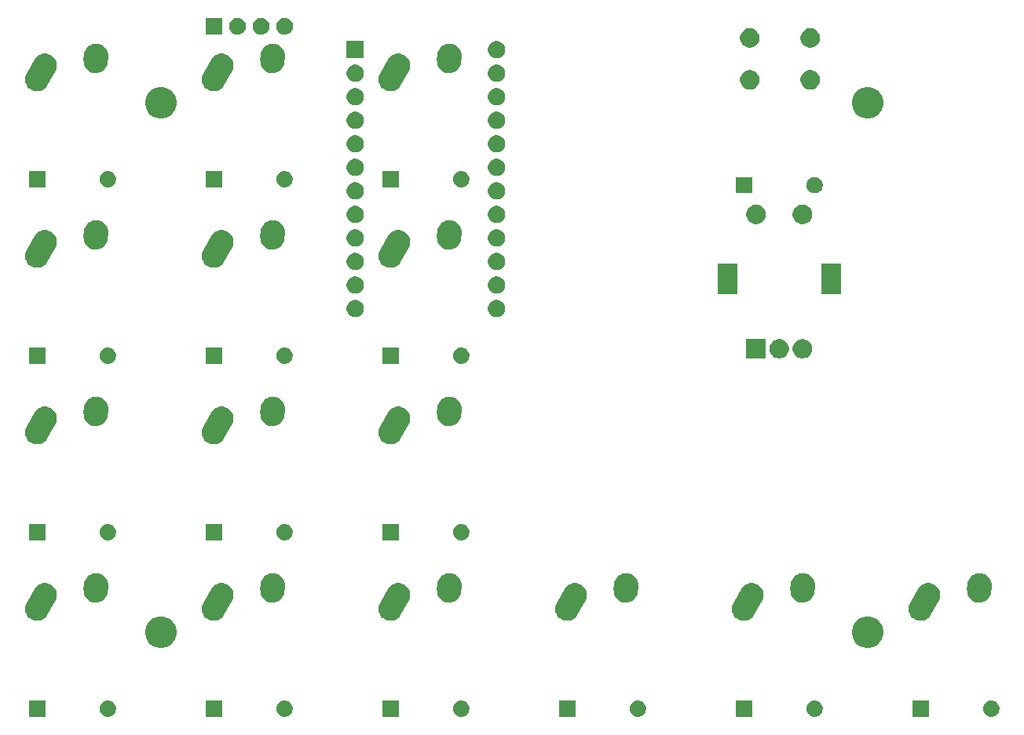
<source format=gbr>
G04 #@! TF.GenerationSoftware,KiCad,Pcbnew,(5.1.5)-3*
G04 #@! TF.CreationDate,2020-09-13T20:53:21+03:00*
G04 #@! TF.ProjectId,taro,7461726f-2e6b-4696-9361-645f70636258,rev?*
G04 #@! TF.SameCoordinates,Original*
G04 #@! TF.FileFunction,Soldermask,Top*
G04 #@! TF.FilePolarity,Negative*
%FSLAX46Y46*%
G04 Gerber Fmt 4.6, Leading zero omitted, Abs format (unit mm)*
G04 Created by KiCad (PCBNEW (5.1.5)-3) date 2020-09-13 20:53:21*
%MOMM*%
%LPD*%
G04 APERTURE LIST*
%ADD10C,0.150000*%
G04 APERTURE END LIST*
D10*
G36*
X153205997Y-137570342D02*
G01*
X153290666Y-137587183D01*
X153356738Y-137614551D01*
X153450177Y-137653255D01*
X153593736Y-137749178D01*
X153715822Y-137871264D01*
X153811745Y-138014823D01*
X153877817Y-138174335D01*
X153911500Y-138343671D01*
X153911500Y-138516329D01*
X153877817Y-138685665D01*
X153811745Y-138845177D01*
X153715822Y-138988736D01*
X153593736Y-139110822D01*
X153450177Y-139206745D01*
X153356738Y-139245449D01*
X153290666Y-139272817D01*
X153205997Y-139289659D01*
X153121329Y-139306500D01*
X152948671Y-139306500D01*
X152864003Y-139289659D01*
X152779334Y-139272817D01*
X152713262Y-139245449D01*
X152619823Y-139206745D01*
X152476264Y-139110822D01*
X152354178Y-138988736D01*
X152258255Y-138845177D01*
X152192183Y-138685665D01*
X152158500Y-138516329D01*
X152158500Y-138343671D01*
X152192183Y-138174335D01*
X152258255Y-138014823D01*
X152354178Y-137871264D01*
X152476264Y-137749178D01*
X152619823Y-137653255D01*
X152713262Y-137614551D01*
X152779334Y-137587183D01*
X152864003Y-137570342D01*
X152948671Y-137553500D01*
X153121329Y-137553500D01*
X153205997Y-137570342D01*
G37*
G36*
X57955997Y-137570342D02*
G01*
X58040666Y-137587183D01*
X58106738Y-137614551D01*
X58200177Y-137653255D01*
X58343736Y-137749178D01*
X58465822Y-137871264D01*
X58561745Y-138014823D01*
X58627817Y-138174335D01*
X58661500Y-138343671D01*
X58661500Y-138516329D01*
X58627817Y-138685665D01*
X58561745Y-138845177D01*
X58465822Y-138988736D01*
X58343736Y-139110822D01*
X58200177Y-139206745D01*
X58106738Y-139245449D01*
X58040666Y-139272817D01*
X57955997Y-139289659D01*
X57871329Y-139306500D01*
X57698671Y-139306500D01*
X57614003Y-139289659D01*
X57529334Y-139272817D01*
X57463262Y-139245449D01*
X57369823Y-139206745D01*
X57226264Y-139110822D01*
X57104178Y-138988736D01*
X57008255Y-138845177D01*
X56942183Y-138685665D01*
X56908500Y-138516329D01*
X56908500Y-138343671D01*
X56942183Y-138174335D01*
X57008255Y-138014823D01*
X57104178Y-137871264D01*
X57226264Y-137749178D01*
X57369823Y-137653255D01*
X57463262Y-137614551D01*
X57529334Y-137587183D01*
X57614003Y-137570342D01*
X57698671Y-137553500D01*
X57871329Y-137553500D01*
X57955997Y-137570342D01*
G37*
G36*
X51041500Y-139306500D02*
G01*
X49288500Y-139306500D01*
X49288500Y-137553500D01*
X51041500Y-137553500D01*
X51041500Y-139306500D01*
G37*
G36*
X70091500Y-139306500D02*
G01*
X68338500Y-139306500D01*
X68338500Y-137553500D01*
X70091500Y-137553500D01*
X70091500Y-139306500D01*
G37*
G36*
X77005997Y-137570342D02*
G01*
X77090666Y-137587183D01*
X77156738Y-137614551D01*
X77250177Y-137653255D01*
X77393736Y-137749178D01*
X77515822Y-137871264D01*
X77611745Y-138014823D01*
X77677817Y-138174335D01*
X77711500Y-138343671D01*
X77711500Y-138516329D01*
X77677817Y-138685665D01*
X77611745Y-138845177D01*
X77515822Y-138988736D01*
X77393736Y-139110822D01*
X77250177Y-139206745D01*
X77156738Y-139245449D01*
X77090666Y-139272817D01*
X77005997Y-139289659D01*
X76921329Y-139306500D01*
X76748671Y-139306500D01*
X76664003Y-139289659D01*
X76579334Y-139272817D01*
X76513262Y-139245449D01*
X76419823Y-139206745D01*
X76276264Y-139110822D01*
X76154178Y-138988736D01*
X76058255Y-138845177D01*
X75992183Y-138685665D01*
X75958500Y-138516329D01*
X75958500Y-138343671D01*
X75992183Y-138174335D01*
X76058255Y-138014823D01*
X76154178Y-137871264D01*
X76276264Y-137749178D01*
X76419823Y-137653255D01*
X76513262Y-137614551D01*
X76579334Y-137587183D01*
X76664003Y-137570342D01*
X76748671Y-137553500D01*
X76921329Y-137553500D01*
X77005997Y-137570342D01*
G37*
G36*
X89141500Y-139306500D02*
G01*
X87388500Y-139306500D01*
X87388500Y-137553500D01*
X89141500Y-137553500D01*
X89141500Y-139306500D01*
G37*
G36*
X96055997Y-137570342D02*
G01*
X96140666Y-137587183D01*
X96206738Y-137614551D01*
X96300177Y-137653255D01*
X96443736Y-137749178D01*
X96565822Y-137871264D01*
X96661745Y-138014823D01*
X96727817Y-138174335D01*
X96761500Y-138343671D01*
X96761500Y-138516329D01*
X96727817Y-138685665D01*
X96661745Y-138845177D01*
X96565822Y-138988736D01*
X96443736Y-139110822D01*
X96300177Y-139206745D01*
X96206738Y-139245449D01*
X96140666Y-139272817D01*
X96055997Y-139289659D01*
X95971329Y-139306500D01*
X95798671Y-139306500D01*
X95714003Y-139289659D01*
X95629334Y-139272817D01*
X95563262Y-139245449D01*
X95469823Y-139206745D01*
X95326264Y-139110822D01*
X95204178Y-138988736D01*
X95108255Y-138845177D01*
X95042183Y-138685665D01*
X95008500Y-138516329D01*
X95008500Y-138343671D01*
X95042183Y-138174335D01*
X95108255Y-138014823D01*
X95204178Y-137871264D01*
X95326264Y-137749178D01*
X95469823Y-137653255D01*
X95563262Y-137614551D01*
X95629334Y-137587183D01*
X95714003Y-137570342D01*
X95798671Y-137553500D01*
X95971329Y-137553500D01*
X96055997Y-137570342D01*
G37*
G36*
X115105997Y-137570342D02*
G01*
X115190666Y-137587183D01*
X115256738Y-137614551D01*
X115350177Y-137653255D01*
X115493736Y-137749178D01*
X115615822Y-137871264D01*
X115711745Y-138014823D01*
X115777817Y-138174335D01*
X115811500Y-138343671D01*
X115811500Y-138516329D01*
X115777817Y-138685665D01*
X115711745Y-138845177D01*
X115615822Y-138988736D01*
X115493736Y-139110822D01*
X115350177Y-139206745D01*
X115256738Y-139245449D01*
X115190666Y-139272817D01*
X115105997Y-139289659D01*
X115021329Y-139306500D01*
X114848671Y-139306500D01*
X114764003Y-139289659D01*
X114679334Y-139272817D01*
X114613262Y-139245449D01*
X114519823Y-139206745D01*
X114376264Y-139110822D01*
X114254178Y-138988736D01*
X114158255Y-138845177D01*
X114092183Y-138685665D01*
X114058500Y-138516329D01*
X114058500Y-138343671D01*
X114092183Y-138174335D01*
X114158255Y-138014823D01*
X114254178Y-137871264D01*
X114376264Y-137749178D01*
X114519823Y-137653255D01*
X114613262Y-137614551D01*
X114679334Y-137587183D01*
X114764003Y-137570342D01*
X114848671Y-137553500D01*
X115021329Y-137553500D01*
X115105997Y-137570342D01*
G37*
G36*
X108191500Y-139306500D02*
G01*
X106438500Y-139306500D01*
X106438500Y-137553500D01*
X108191500Y-137553500D01*
X108191500Y-139306500D01*
G37*
G36*
X146291500Y-139306500D02*
G01*
X144538500Y-139306500D01*
X144538500Y-137553500D01*
X146291500Y-137553500D01*
X146291500Y-139306500D01*
G37*
G36*
X127241500Y-139306500D02*
G01*
X125488500Y-139306500D01*
X125488500Y-137553500D01*
X127241500Y-137553500D01*
X127241500Y-139306500D01*
G37*
G36*
X134155997Y-137570342D02*
G01*
X134240666Y-137587183D01*
X134306738Y-137614551D01*
X134400177Y-137653255D01*
X134543736Y-137749178D01*
X134665822Y-137871264D01*
X134761745Y-138014823D01*
X134827817Y-138174335D01*
X134861500Y-138343671D01*
X134861500Y-138516329D01*
X134827817Y-138685665D01*
X134761745Y-138845177D01*
X134665822Y-138988736D01*
X134543736Y-139110822D01*
X134400177Y-139206745D01*
X134306738Y-139245449D01*
X134240666Y-139272817D01*
X134155997Y-139289659D01*
X134071329Y-139306500D01*
X133898671Y-139306500D01*
X133814003Y-139289659D01*
X133729334Y-139272817D01*
X133663262Y-139245449D01*
X133569823Y-139206745D01*
X133426264Y-139110822D01*
X133304178Y-138988736D01*
X133208255Y-138845177D01*
X133142183Y-138685665D01*
X133108500Y-138516329D01*
X133108500Y-138343671D01*
X133142183Y-138174335D01*
X133208255Y-138014823D01*
X133304178Y-137871264D01*
X133426264Y-137749178D01*
X133569823Y-137653255D01*
X133663262Y-137614551D01*
X133729334Y-137587183D01*
X133814003Y-137570342D01*
X133898671Y-137553500D01*
X134071329Y-137553500D01*
X134155997Y-137570342D01*
G37*
G36*
X140196162Y-128539368D02*
G01*
X140505724Y-128667593D01*
X140505725Y-128667594D01*
X140784324Y-128853747D01*
X141021253Y-129090676D01*
X141145637Y-129276830D01*
X141207407Y-129369276D01*
X141335632Y-129678838D01*
X141401000Y-130007465D01*
X141401000Y-130342535D01*
X141335632Y-130671162D01*
X141207407Y-130980724D01*
X141207406Y-130980725D01*
X141021253Y-131259324D01*
X140784324Y-131496253D01*
X140598170Y-131620637D01*
X140505724Y-131682407D01*
X140196162Y-131810632D01*
X139867535Y-131876000D01*
X139532465Y-131876000D01*
X139203838Y-131810632D01*
X138894276Y-131682407D01*
X138801830Y-131620637D01*
X138615676Y-131496253D01*
X138378747Y-131259324D01*
X138192594Y-130980725D01*
X138192593Y-130980724D01*
X138064368Y-130671162D01*
X137999000Y-130342535D01*
X137999000Y-130007465D01*
X138064368Y-129678838D01*
X138192593Y-129369276D01*
X138254363Y-129276830D01*
X138378747Y-129090676D01*
X138615676Y-128853747D01*
X138894275Y-128667594D01*
X138894276Y-128667593D01*
X139203838Y-128539368D01*
X139532465Y-128474000D01*
X139867535Y-128474000D01*
X140196162Y-128539368D01*
G37*
G36*
X63996162Y-128539368D02*
G01*
X64305724Y-128667593D01*
X64305725Y-128667594D01*
X64584324Y-128853747D01*
X64821253Y-129090676D01*
X64945637Y-129276830D01*
X65007407Y-129369276D01*
X65135632Y-129678838D01*
X65201000Y-130007465D01*
X65201000Y-130342535D01*
X65135632Y-130671162D01*
X65007407Y-130980724D01*
X65007406Y-130980725D01*
X64821253Y-131259324D01*
X64584324Y-131496253D01*
X64398170Y-131620637D01*
X64305724Y-131682407D01*
X63996162Y-131810632D01*
X63667535Y-131876000D01*
X63332465Y-131876000D01*
X63003838Y-131810632D01*
X62694276Y-131682407D01*
X62601830Y-131620637D01*
X62415676Y-131496253D01*
X62178747Y-131259324D01*
X61992594Y-130980725D01*
X61992593Y-130980724D01*
X61864368Y-130671162D01*
X61799000Y-130342535D01*
X61799000Y-130007465D01*
X61864368Y-129678838D01*
X61992593Y-129369276D01*
X62054363Y-129276830D01*
X62178747Y-129090676D01*
X62415676Y-128853747D01*
X62694275Y-128667594D01*
X62694276Y-128667593D01*
X63003838Y-128539368D01*
X63332465Y-128474000D01*
X63667535Y-128474000D01*
X63996162Y-128539368D01*
G37*
G36*
X51124575Y-124876286D02*
G01*
X51375086Y-124930333D01*
X51508357Y-124988074D01*
X51610239Y-125032215D01*
X51721688Y-125109314D01*
X51820996Y-125178014D01*
X51820998Y-125178016D01*
X51999262Y-125362130D01*
X52138180Y-125577483D01*
X52232419Y-125815804D01*
X52265019Y-125994753D01*
X52278351Y-126067928D01*
X52274213Y-126324169D01*
X52220166Y-126574680D01*
X52143813Y-126750911D01*
X51270846Y-128322549D01*
X51161579Y-128480497D01*
X51161577Y-128480499D01*
X50977463Y-128658763D01*
X50792953Y-128777785D01*
X50762108Y-128797682D01*
X50739546Y-128806603D01*
X50523789Y-128891920D01*
X50344840Y-128924520D01*
X50271665Y-128937852D01*
X50015425Y-128933714D01*
X49764914Y-128879667D01*
X49631643Y-128821926D01*
X49529761Y-128777785D01*
X49370477Y-128667594D01*
X49319004Y-128631986D01*
X49229329Y-128539368D01*
X49140738Y-128447870D01*
X49001820Y-128232517D01*
X48907581Y-127994196D01*
X48874981Y-127815247D01*
X48861649Y-127742072D01*
X48865787Y-127485832D01*
X48919834Y-127235321D01*
X48996187Y-127059090D01*
X49869154Y-125487451D01*
X49978421Y-125329503D01*
X49978423Y-125329501D01*
X50162537Y-125151237D01*
X50377889Y-125012318D01*
X50616210Y-124918080D01*
X50795159Y-124885480D01*
X50868334Y-124872148D01*
X51124575Y-124876286D01*
G37*
G36*
X70174575Y-124876286D02*
G01*
X70425086Y-124930333D01*
X70558357Y-124988074D01*
X70660239Y-125032215D01*
X70771688Y-125109314D01*
X70870996Y-125178014D01*
X70870998Y-125178016D01*
X71049262Y-125362130D01*
X71188180Y-125577483D01*
X71282419Y-125815804D01*
X71315019Y-125994753D01*
X71328351Y-126067928D01*
X71324213Y-126324169D01*
X71270166Y-126574680D01*
X71193813Y-126750911D01*
X70320846Y-128322549D01*
X70211579Y-128480497D01*
X70211577Y-128480499D01*
X70027463Y-128658763D01*
X69842953Y-128777785D01*
X69812108Y-128797682D01*
X69789546Y-128806603D01*
X69573789Y-128891920D01*
X69394840Y-128924520D01*
X69321665Y-128937852D01*
X69065425Y-128933714D01*
X68814914Y-128879667D01*
X68681643Y-128821926D01*
X68579761Y-128777785D01*
X68420477Y-128667594D01*
X68369004Y-128631986D01*
X68279329Y-128539368D01*
X68190738Y-128447870D01*
X68051820Y-128232517D01*
X67957581Y-127994196D01*
X67924981Y-127815247D01*
X67911649Y-127742072D01*
X67915787Y-127485832D01*
X67969834Y-127235321D01*
X68046187Y-127059090D01*
X68919154Y-125487451D01*
X69028421Y-125329503D01*
X69028423Y-125329501D01*
X69212537Y-125151237D01*
X69427889Y-125012318D01*
X69666210Y-124918080D01*
X69845159Y-124885480D01*
X69918334Y-124872148D01*
X70174575Y-124876286D01*
G37*
G36*
X108274575Y-124876286D02*
G01*
X108525086Y-124930333D01*
X108658357Y-124988074D01*
X108760239Y-125032215D01*
X108871688Y-125109314D01*
X108970996Y-125178014D01*
X108970998Y-125178016D01*
X109149262Y-125362130D01*
X109288180Y-125577483D01*
X109382419Y-125815804D01*
X109415019Y-125994753D01*
X109428351Y-126067928D01*
X109424213Y-126324169D01*
X109370166Y-126574680D01*
X109293813Y-126750911D01*
X108420846Y-128322549D01*
X108311579Y-128480497D01*
X108311577Y-128480499D01*
X108127463Y-128658763D01*
X107942953Y-128777785D01*
X107912108Y-128797682D01*
X107889546Y-128806603D01*
X107673789Y-128891920D01*
X107494840Y-128924520D01*
X107421665Y-128937852D01*
X107165425Y-128933714D01*
X106914914Y-128879667D01*
X106781643Y-128821926D01*
X106679761Y-128777785D01*
X106520477Y-128667594D01*
X106469004Y-128631986D01*
X106379329Y-128539368D01*
X106290738Y-128447870D01*
X106151820Y-128232517D01*
X106057581Y-127994196D01*
X106024981Y-127815247D01*
X106011649Y-127742072D01*
X106015787Y-127485832D01*
X106069834Y-127235321D01*
X106146187Y-127059090D01*
X107019154Y-125487451D01*
X107128421Y-125329503D01*
X107128423Y-125329501D01*
X107312537Y-125151237D01*
X107527889Y-125012318D01*
X107766210Y-124918080D01*
X107945159Y-124885480D01*
X108018334Y-124872148D01*
X108274575Y-124876286D01*
G37*
G36*
X127324575Y-124876286D02*
G01*
X127575086Y-124930333D01*
X127708357Y-124988074D01*
X127810239Y-125032215D01*
X127921688Y-125109314D01*
X128020996Y-125178014D01*
X128020998Y-125178016D01*
X128199262Y-125362130D01*
X128338180Y-125577483D01*
X128432419Y-125815804D01*
X128465019Y-125994753D01*
X128478351Y-126067928D01*
X128474213Y-126324169D01*
X128420166Y-126574680D01*
X128343813Y-126750911D01*
X127470846Y-128322549D01*
X127361579Y-128480497D01*
X127361577Y-128480499D01*
X127177463Y-128658763D01*
X126992953Y-128777785D01*
X126962108Y-128797682D01*
X126939546Y-128806603D01*
X126723789Y-128891920D01*
X126544840Y-128924520D01*
X126471665Y-128937852D01*
X126215425Y-128933714D01*
X125964914Y-128879667D01*
X125831643Y-128821926D01*
X125729761Y-128777785D01*
X125570477Y-128667594D01*
X125519004Y-128631986D01*
X125429329Y-128539368D01*
X125340738Y-128447870D01*
X125201820Y-128232517D01*
X125107581Y-127994196D01*
X125074981Y-127815247D01*
X125061649Y-127742072D01*
X125065787Y-127485832D01*
X125119834Y-127235321D01*
X125196187Y-127059090D01*
X126069154Y-125487451D01*
X126178421Y-125329503D01*
X126178423Y-125329501D01*
X126362537Y-125151237D01*
X126577889Y-125012318D01*
X126816210Y-124918080D01*
X126995159Y-124885480D01*
X127068334Y-124872148D01*
X127324575Y-124876286D01*
G37*
G36*
X89224575Y-124876286D02*
G01*
X89475086Y-124930333D01*
X89608357Y-124988074D01*
X89710239Y-125032215D01*
X89821688Y-125109314D01*
X89920996Y-125178014D01*
X89920998Y-125178016D01*
X90099262Y-125362130D01*
X90238180Y-125577483D01*
X90332419Y-125815804D01*
X90365019Y-125994753D01*
X90378351Y-126067928D01*
X90374213Y-126324169D01*
X90320166Y-126574680D01*
X90243813Y-126750911D01*
X89370846Y-128322549D01*
X89261579Y-128480497D01*
X89261577Y-128480499D01*
X89077463Y-128658763D01*
X88892953Y-128777785D01*
X88862108Y-128797682D01*
X88839546Y-128806603D01*
X88623789Y-128891920D01*
X88444840Y-128924520D01*
X88371665Y-128937852D01*
X88115425Y-128933714D01*
X87864914Y-128879667D01*
X87731643Y-128821926D01*
X87629761Y-128777785D01*
X87470477Y-128667594D01*
X87419004Y-128631986D01*
X87329329Y-128539368D01*
X87240738Y-128447870D01*
X87101820Y-128232517D01*
X87007581Y-127994196D01*
X86974981Y-127815247D01*
X86961649Y-127742072D01*
X86965787Y-127485832D01*
X87019834Y-127235321D01*
X87096187Y-127059090D01*
X87969154Y-125487451D01*
X88078421Y-125329503D01*
X88078423Y-125329501D01*
X88262537Y-125151237D01*
X88477889Y-125012318D01*
X88716210Y-124918080D01*
X88895159Y-124885480D01*
X88968334Y-124872148D01*
X89224575Y-124876286D01*
G37*
G36*
X146374575Y-124876286D02*
G01*
X146625086Y-124930333D01*
X146758357Y-124988074D01*
X146860239Y-125032215D01*
X146971688Y-125109314D01*
X147070996Y-125178014D01*
X147070998Y-125178016D01*
X147249262Y-125362130D01*
X147388180Y-125577483D01*
X147482419Y-125815804D01*
X147515019Y-125994753D01*
X147528351Y-126067928D01*
X147524213Y-126324169D01*
X147470166Y-126574680D01*
X147393813Y-126750911D01*
X146520846Y-128322549D01*
X146411579Y-128480497D01*
X146411577Y-128480499D01*
X146227463Y-128658763D01*
X146042953Y-128777785D01*
X146012108Y-128797682D01*
X145989546Y-128806603D01*
X145773789Y-128891920D01*
X145594840Y-128924520D01*
X145521665Y-128937852D01*
X145265425Y-128933714D01*
X145014914Y-128879667D01*
X144881643Y-128821926D01*
X144779761Y-128777785D01*
X144620477Y-128667594D01*
X144569004Y-128631986D01*
X144479329Y-128539368D01*
X144390738Y-128447870D01*
X144251820Y-128232517D01*
X144157581Y-127994196D01*
X144124981Y-127815247D01*
X144111649Y-127742072D01*
X144115787Y-127485832D01*
X144169834Y-127235321D01*
X144246187Y-127059090D01*
X145119154Y-125487451D01*
X145228421Y-125329503D01*
X145228423Y-125329501D01*
X145412537Y-125151237D01*
X145627889Y-125012318D01*
X145866210Y-124918080D01*
X146045159Y-124885480D01*
X146118334Y-124872148D01*
X146374575Y-124876286D01*
G37*
G36*
X75906379Y-123833813D02*
G01*
X76145991Y-123924713D01*
X76363265Y-124060613D01*
X76549852Y-124236288D01*
X76661209Y-124392550D01*
X76698580Y-124444990D01*
X76803735Y-124678697D01*
X76803736Y-124678701D01*
X76861276Y-124928428D01*
X76867058Y-125120394D01*
X76852802Y-125329501D01*
X76818916Y-125826571D01*
X76787135Y-126015983D01*
X76696235Y-126255595D01*
X76652817Y-126325010D01*
X76560335Y-126472869D01*
X76384660Y-126659456D01*
X76228398Y-126770813D01*
X76175958Y-126808184D01*
X75942251Y-126913339D01*
X75942247Y-126913340D01*
X75692521Y-126970880D01*
X75436366Y-126978594D01*
X75436362Y-126978594D01*
X75183621Y-126936187D01*
X74944009Y-126845287D01*
X74726735Y-126709387D01*
X74673703Y-126659456D01*
X74540148Y-126533712D01*
X74428791Y-126377450D01*
X74391420Y-126325010D01*
X74286265Y-126091303D01*
X74228724Y-125841571D01*
X74227948Y-125815804D01*
X74222942Y-125649608D01*
X74271084Y-124943428D01*
X74283044Y-124872148D01*
X74302865Y-124754017D01*
X74393765Y-124514405D01*
X74529665Y-124297131D01*
X74586950Y-124236288D01*
X74705340Y-124110544D01*
X74861602Y-123999187D01*
X74914042Y-123961816D01*
X75147749Y-123856661D01*
X75147753Y-123856660D01*
X75397479Y-123799120D01*
X75653634Y-123791406D01*
X75653638Y-123791406D01*
X75906379Y-123833813D01*
G37*
G36*
X56856379Y-123833813D02*
G01*
X57095991Y-123924713D01*
X57313265Y-124060613D01*
X57499852Y-124236288D01*
X57611209Y-124392550D01*
X57648580Y-124444990D01*
X57753735Y-124678697D01*
X57753736Y-124678701D01*
X57811276Y-124928428D01*
X57817058Y-125120394D01*
X57802802Y-125329501D01*
X57768916Y-125826571D01*
X57737135Y-126015983D01*
X57646235Y-126255595D01*
X57602817Y-126325010D01*
X57510335Y-126472869D01*
X57334660Y-126659456D01*
X57178398Y-126770813D01*
X57125958Y-126808184D01*
X56892251Y-126913339D01*
X56892247Y-126913340D01*
X56642521Y-126970880D01*
X56386366Y-126978594D01*
X56386362Y-126978594D01*
X56133621Y-126936187D01*
X55894009Y-126845287D01*
X55676735Y-126709387D01*
X55623703Y-126659456D01*
X55490148Y-126533712D01*
X55378791Y-126377450D01*
X55341420Y-126325010D01*
X55236265Y-126091303D01*
X55178724Y-125841571D01*
X55177948Y-125815804D01*
X55172942Y-125649608D01*
X55221084Y-124943428D01*
X55233044Y-124872148D01*
X55252865Y-124754017D01*
X55343765Y-124514405D01*
X55479665Y-124297131D01*
X55536950Y-124236288D01*
X55655340Y-124110544D01*
X55811602Y-123999187D01*
X55864042Y-123961816D01*
X56097749Y-123856661D01*
X56097753Y-123856660D01*
X56347479Y-123799120D01*
X56603634Y-123791406D01*
X56603638Y-123791406D01*
X56856379Y-123833813D01*
G37*
G36*
X94956379Y-123833813D02*
G01*
X95195991Y-123924713D01*
X95413265Y-124060613D01*
X95599852Y-124236288D01*
X95711209Y-124392550D01*
X95748580Y-124444990D01*
X95853735Y-124678697D01*
X95853736Y-124678701D01*
X95911276Y-124928428D01*
X95917058Y-125120394D01*
X95902802Y-125329501D01*
X95868916Y-125826571D01*
X95837135Y-126015983D01*
X95746235Y-126255595D01*
X95702817Y-126325010D01*
X95610335Y-126472869D01*
X95434660Y-126659456D01*
X95278398Y-126770813D01*
X95225958Y-126808184D01*
X94992251Y-126913339D01*
X94992247Y-126913340D01*
X94742521Y-126970880D01*
X94486366Y-126978594D01*
X94486362Y-126978594D01*
X94233621Y-126936187D01*
X93994009Y-126845287D01*
X93776735Y-126709387D01*
X93723703Y-126659456D01*
X93590148Y-126533712D01*
X93478791Y-126377450D01*
X93441420Y-126325010D01*
X93336265Y-126091303D01*
X93278724Y-125841571D01*
X93277948Y-125815804D01*
X93272942Y-125649608D01*
X93321084Y-124943428D01*
X93333044Y-124872148D01*
X93352865Y-124754017D01*
X93443765Y-124514405D01*
X93579665Y-124297131D01*
X93636950Y-124236288D01*
X93755340Y-124110544D01*
X93911602Y-123999187D01*
X93964042Y-123961816D01*
X94197749Y-123856661D01*
X94197753Y-123856660D01*
X94447479Y-123799120D01*
X94703634Y-123791406D01*
X94703638Y-123791406D01*
X94956379Y-123833813D01*
G37*
G36*
X152106379Y-123833813D02*
G01*
X152345991Y-123924713D01*
X152563265Y-124060613D01*
X152749852Y-124236288D01*
X152861209Y-124392550D01*
X152898580Y-124444990D01*
X153003735Y-124678697D01*
X153003736Y-124678701D01*
X153061276Y-124928428D01*
X153067058Y-125120394D01*
X153052802Y-125329501D01*
X153018916Y-125826571D01*
X152987135Y-126015983D01*
X152896235Y-126255595D01*
X152852817Y-126325010D01*
X152760335Y-126472869D01*
X152584660Y-126659456D01*
X152428398Y-126770813D01*
X152375958Y-126808184D01*
X152142251Y-126913339D01*
X152142247Y-126913340D01*
X151892521Y-126970880D01*
X151636366Y-126978594D01*
X151636362Y-126978594D01*
X151383621Y-126936187D01*
X151144009Y-126845287D01*
X150926735Y-126709387D01*
X150873703Y-126659456D01*
X150740148Y-126533712D01*
X150628791Y-126377450D01*
X150591420Y-126325010D01*
X150486265Y-126091303D01*
X150428724Y-125841571D01*
X150427948Y-125815804D01*
X150422942Y-125649608D01*
X150471084Y-124943428D01*
X150483044Y-124872148D01*
X150502865Y-124754017D01*
X150593765Y-124514405D01*
X150729665Y-124297131D01*
X150786950Y-124236288D01*
X150905340Y-124110544D01*
X151061602Y-123999187D01*
X151114042Y-123961816D01*
X151347749Y-123856661D01*
X151347753Y-123856660D01*
X151597479Y-123799120D01*
X151853634Y-123791406D01*
X151853638Y-123791406D01*
X152106379Y-123833813D01*
G37*
G36*
X133056379Y-123833813D02*
G01*
X133295991Y-123924713D01*
X133513265Y-124060613D01*
X133699852Y-124236288D01*
X133811209Y-124392550D01*
X133848580Y-124444990D01*
X133953735Y-124678697D01*
X133953736Y-124678701D01*
X134011276Y-124928428D01*
X134017058Y-125120394D01*
X134002802Y-125329501D01*
X133968916Y-125826571D01*
X133937135Y-126015983D01*
X133846235Y-126255595D01*
X133802817Y-126325010D01*
X133710335Y-126472869D01*
X133534660Y-126659456D01*
X133378398Y-126770813D01*
X133325958Y-126808184D01*
X133092251Y-126913339D01*
X133092247Y-126913340D01*
X132842521Y-126970880D01*
X132586366Y-126978594D01*
X132586362Y-126978594D01*
X132333621Y-126936187D01*
X132094009Y-126845287D01*
X131876735Y-126709387D01*
X131823703Y-126659456D01*
X131690148Y-126533712D01*
X131578791Y-126377450D01*
X131541420Y-126325010D01*
X131436265Y-126091303D01*
X131378724Y-125841571D01*
X131377948Y-125815804D01*
X131372942Y-125649608D01*
X131421084Y-124943428D01*
X131433044Y-124872148D01*
X131452865Y-124754017D01*
X131543765Y-124514405D01*
X131679665Y-124297131D01*
X131736950Y-124236288D01*
X131855340Y-124110544D01*
X132011602Y-123999187D01*
X132064042Y-123961816D01*
X132297749Y-123856661D01*
X132297753Y-123856660D01*
X132547479Y-123799120D01*
X132803634Y-123791406D01*
X132803638Y-123791406D01*
X133056379Y-123833813D01*
G37*
G36*
X114006379Y-123833813D02*
G01*
X114245991Y-123924713D01*
X114463265Y-124060613D01*
X114649852Y-124236288D01*
X114761209Y-124392550D01*
X114798580Y-124444990D01*
X114903735Y-124678697D01*
X114903736Y-124678701D01*
X114961276Y-124928428D01*
X114967058Y-125120394D01*
X114952802Y-125329501D01*
X114918916Y-125826571D01*
X114887135Y-126015983D01*
X114796235Y-126255595D01*
X114752817Y-126325010D01*
X114660335Y-126472869D01*
X114484660Y-126659456D01*
X114328398Y-126770813D01*
X114275958Y-126808184D01*
X114042251Y-126913339D01*
X114042247Y-126913340D01*
X113792521Y-126970880D01*
X113536366Y-126978594D01*
X113536362Y-126978594D01*
X113283621Y-126936187D01*
X113044009Y-126845287D01*
X112826735Y-126709387D01*
X112773703Y-126659456D01*
X112640148Y-126533712D01*
X112528791Y-126377450D01*
X112491420Y-126325010D01*
X112386265Y-126091303D01*
X112328724Y-125841571D01*
X112327948Y-125815804D01*
X112322942Y-125649608D01*
X112371084Y-124943428D01*
X112383044Y-124872148D01*
X112402865Y-124754017D01*
X112493765Y-124514405D01*
X112629665Y-124297131D01*
X112686950Y-124236288D01*
X112805340Y-124110544D01*
X112961602Y-123999187D01*
X113014042Y-123961816D01*
X113247749Y-123856661D01*
X113247753Y-123856660D01*
X113497479Y-123799120D01*
X113753634Y-123791406D01*
X113753638Y-123791406D01*
X114006379Y-123833813D01*
G37*
G36*
X89141500Y-120256500D02*
G01*
X87388500Y-120256500D01*
X87388500Y-118503500D01*
X89141500Y-118503500D01*
X89141500Y-120256500D01*
G37*
G36*
X96055997Y-118520342D02*
G01*
X96140666Y-118537183D01*
X96206738Y-118564551D01*
X96300177Y-118603255D01*
X96443736Y-118699178D01*
X96565822Y-118821264D01*
X96661745Y-118964823D01*
X96727817Y-119124335D01*
X96761500Y-119293671D01*
X96761500Y-119466329D01*
X96727817Y-119635665D01*
X96661745Y-119795177D01*
X96565822Y-119938736D01*
X96443736Y-120060822D01*
X96300177Y-120156745D01*
X96206738Y-120195449D01*
X96140666Y-120222817D01*
X96055997Y-120239659D01*
X95971329Y-120256500D01*
X95798671Y-120256500D01*
X95714003Y-120239659D01*
X95629334Y-120222817D01*
X95563262Y-120195449D01*
X95469823Y-120156745D01*
X95326264Y-120060822D01*
X95204178Y-119938736D01*
X95108255Y-119795177D01*
X95042183Y-119635665D01*
X95008500Y-119466329D01*
X95008500Y-119293671D01*
X95042183Y-119124335D01*
X95108255Y-118964823D01*
X95204178Y-118821264D01*
X95326264Y-118699178D01*
X95469823Y-118603255D01*
X95563262Y-118564551D01*
X95629334Y-118537183D01*
X95714003Y-118520342D01*
X95798671Y-118503500D01*
X95971329Y-118503500D01*
X96055997Y-118520342D01*
G37*
G36*
X77005997Y-118520342D02*
G01*
X77090666Y-118537183D01*
X77156738Y-118564551D01*
X77250177Y-118603255D01*
X77393736Y-118699178D01*
X77515822Y-118821264D01*
X77611745Y-118964823D01*
X77677817Y-119124335D01*
X77711500Y-119293671D01*
X77711500Y-119466329D01*
X77677817Y-119635665D01*
X77611745Y-119795177D01*
X77515822Y-119938736D01*
X77393736Y-120060822D01*
X77250177Y-120156745D01*
X77156738Y-120195449D01*
X77090666Y-120222817D01*
X77005997Y-120239659D01*
X76921329Y-120256500D01*
X76748671Y-120256500D01*
X76664003Y-120239659D01*
X76579334Y-120222817D01*
X76513262Y-120195449D01*
X76419823Y-120156745D01*
X76276264Y-120060822D01*
X76154178Y-119938736D01*
X76058255Y-119795177D01*
X75992183Y-119635665D01*
X75958500Y-119466329D01*
X75958500Y-119293671D01*
X75992183Y-119124335D01*
X76058255Y-118964823D01*
X76154178Y-118821264D01*
X76276264Y-118699178D01*
X76419823Y-118603255D01*
X76513262Y-118564551D01*
X76579334Y-118537183D01*
X76664003Y-118520342D01*
X76748671Y-118503500D01*
X76921329Y-118503500D01*
X77005997Y-118520342D01*
G37*
G36*
X57955997Y-118520342D02*
G01*
X58040666Y-118537183D01*
X58106738Y-118564551D01*
X58200177Y-118603255D01*
X58343736Y-118699178D01*
X58465822Y-118821264D01*
X58561745Y-118964823D01*
X58627817Y-119124335D01*
X58661500Y-119293671D01*
X58661500Y-119466329D01*
X58627817Y-119635665D01*
X58561745Y-119795177D01*
X58465822Y-119938736D01*
X58343736Y-120060822D01*
X58200177Y-120156745D01*
X58106738Y-120195449D01*
X58040666Y-120222817D01*
X57955997Y-120239659D01*
X57871329Y-120256500D01*
X57698671Y-120256500D01*
X57614003Y-120239659D01*
X57529334Y-120222817D01*
X57463262Y-120195449D01*
X57369823Y-120156745D01*
X57226264Y-120060822D01*
X57104178Y-119938736D01*
X57008255Y-119795177D01*
X56942183Y-119635665D01*
X56908500Y-119466329D01*
X56908500Y-119293671D01*
X56942183Y-119124335D01*
X57008255Y-118964823D01*
X57104178Y-118821264D01*
X57226264Y-118699178D01*
X57369823Y-118603255D01*
X57463262Y-118564551D01*
X57529334Y-118537183D01*
X57614003Y-118520342D01*
X57698671Y-118503500D01*
X57871329Y-118503500D01*
X57955997Y-118520342D01*
G37*
G36*
X51041500Y-120256500D02*
G01*
X49288500Y-120256500D01*
X49288500Y-118503500D01*
X51041500Y-118503500D01*
X51041500Y-120256500D01*
G37*
G36*
X70091500Y-120256500D02*
G01*
X68338500Y-120256500D01*
X68338500Y-118503500D01*
X70091500Y-118503500D01*
X70091500Y-120256500D01*
G37*
G36*
X51124575Y-105826286D02*
G01*
X51375086Y-105880333D01*
X51508357Y-105938074D01*
X51610239Y-105982215D01*
X51721688Y-106059314D01*
X51820996Y-106128014D01*
X51820998Y-106128016D01*
X51999262Y-106312130D01*
X52138180Y-106527483D01*
X52232419Y-106765804D01*
X52265019Y-106944753D01*
X52278351Y-107017928D01*
X52274213Y-107274169D01*
X52220166Y-107524680D01*
X52143813Y-107700911D01*
X51270846Y-109272549D01*
X51161579Y-109430497D01*
X51161577Y-109430499D01*
X50977463Y-109608763D01*
X50792953Y-109727785D01*
X50762108Y-109747682D01*
X50739546Y-109756603D01*
X50523789Y-109841920D01*
X50344840Y-109874520D01*
X50271665Y-109887852D01*
X50015425Y-109883714D01*
X49764914Y-109829667D01*
X49631643Y-109771926D01*
X49529761Y-109727785D01*
X49418312Y-109650686D01*
X49319004Y-109581986D01*
X49319002Y-109581984D01*
X49140738Y-109397870D01*
X49001820Y-109182517D01*
X48907581Y-108944196D01*
X48874981Y-108765247D01*
X48861649Y-108692072D01*
X48865787Y-108435832D01*
X48919834Y-108185321D01*
X48996187Y-108009090D01*
X49869154Y-106437451D01*
X49978421Y-106279503D01*
X49978423Y-106279501D01*
X50162537Y-106101237D01*
X50377889Y-105962318D01*
X50616210Y-105868080D01*
X50795159Y-105835480D01*
X50868334Y-105822148D01*
X51124575Y-105826286D01*
G37*
G36*
X70174575Y-105826286D02*
G01*
X70425086Y-105880333D01*
X70558357Y-105938074D01*
X70660239Y-105982215D01*
X70771688Y-106059314D01*
X70870996Y-106128014D01*
X70870998Y-106128016D01*
X71049262Y-106312130D01*
X71188180Y-106527483D01*
X71282419Y-106765804D01*
X71315019Y-106944753D01*
X71328351Y-107017928D01*
X71324213Y-107274169D01*
X71270166Y-107524680D01*
X71193813Y-107700911D01*
X70320846Y-109272549D01*
X70211579Y-109430497D01*
X70211577Y-109430499D01*
X70027463Y-109608763D01*
X69842953Y-109727785D01*
X69812108Y-109747682D01*
X69789546Y-109756603D01*
X69573789Y-109841920D01*
X69394840Y-109874520D01*
X69321665Y-109887852D01*
X69065425Y-109883714D01*
X68814914Y-109829667D01*
X68681643Y-109771926D01*
X68579761Y-109727785D01*
X68468312Y-109650686D01*
X68369004Y-109581986D01*
X68369002Y-109581984D01*
X68190738Y-109397870D01*
X68051820Y-109182517D01*
X67957581Y-108944196D01*
X67924981Y-108765247D01*
X67911649Y-108692072D01*
X67915787Y-108435832D01*
X67969834Y-108185321D01*
X68046187Y-108009090D01*
X68919154Y-106437451D01*
X69028421Y-106279503D01*
X69028423Y-106279501D01*
X69212537Y-106101237D01*
X69427889Y-105962318D01*
X69666210Y-105868080D01*
X69845159Y-105835480D01*
X69918334Y-105822148D01*
X70174575Y-105826286D01*
G37*
G36*
X89224575Y-105826286D02*
G01*
X89475086Y-105880333D01*
X89608357Y-105938074D01*
X89710239Y-105982215D01*
X89821688Y-106059314D01*
X89920996Y-106128014D01*
X89920998Y-106128016D01*
X90099262Y-106312130D01*
X90238180Y-106527483D01*
X90332419Y-106765804D01*
X90365019Y-106944753D01*
X90378351Y-107017928D01*
X90374213Y-107274169D01*
X90320166Y-107524680D01*
X90243813Y-107700911D01*
X89370846Y-109272549D01*
X89261579Y-109430497D01*
X89261577Y-109430499D01*
X89077463Y-109608763D01*
X88892953Y-109727785D01*
X88862108Y-109747682D01*
X88839546Y-109756603D01*
X88623789Y-109841920D01*
X88444840Y-109874520D01*
X88371665Y-109887852D01*
X88115425Y-109883714D01*
X87864914Y-109829667D01*
X87731643Y-109771926D01*
X87629761Y-109727785D01*
X87518312Y-109650686D01*
X87419004Y-109581986D01*
X87419002Y-109581984D01*
X87240738Y-109397870D01*
X87101820Y-109182517D01*
X87007581Y-108944196D01*
X86974981Y-108765247D01*
X86961649Y-108692072D01*
X86965787Y-108435832D01*
X87019834Y-108185321D01*
X87096187Y-108009090D01*
X87969154Y-106437451D01*
X88078421Y-106279503D01*
X88078423Y-106279501D01*
X88262537Y-106101237D01*
X88477889Y-105962318D01*
X88716210Y-105868080D01*
X88895159Y-105835480D01*
X88968334Y-105822148D01*
X89224575Y-105826286D01*
G37*
G36*
X56856379Y-104783813D02*
G01*
X57095991Y-104874713D01*
X57313265Y-105010613D01*
X57499852Y-105186288D01*
X57611209Y-105342550D01*
X57648580Y-105394990D01*
X57753735Y-105628697D01*
X57753736Y-105628701D01*
X57811276Y-105878428D01*
X57817058Y-106070394D01*
X57802802Y-106279501D01*
X57768916Y-106776571D01*
X57737135Y-106965983D01*
X57646235Y-107205595D01*
X57602817Y-107275010D01*
X57510335Y-107422869D01*
X57334660Y-107609456D01*
X57178398Y-107720813D01*
X57125958Y-107758184D01*
X56892251Y-107863339D01*
X56892247Y-107863340D01*
X56642521Y-107920880D01*
X56386366Y-107928594D01*
X56386362Y-107928594D01*
X56133621Y-107886187D01*
X55894009Y-107795287D01*
X55676735Y-107659387D01*
X55623703Y-107609456D01*
X55490148Y-107483712D01*
X55378791Y-107327450D01*
X55341420Y-107275010D01*
X55236265Y-107041303D01*
X55178724Y-106791571D01*
X55177948Y-106765804D01*
X55172942Y-106599608D01*
X55221084Y-105893428D01*
X55233044Y-105822148D01*
X55252865Y-105704017D01*
X55343765Y-105464405D01*
X55479665Y-105247131D01*
X55536950Y-105186288D01*
X55655340Y-105060544D01*
X55811602Y-104949187D01*
X55864042Y-104911816D01*
X56097749Y-104806661D01*
X56097753Y-104806660D01*
X56347479Y-104749120D01*
X56603634Y-104741406D01*
X56603638Y-104741406D01*
X56856379Y-104783813D01*
G37*
G36*
X75906379Y-104783813D02*
G01*
X76145991Y-104874713D01*
X76363265Y-105010613D01*
X76549852Y-105186288D01*
X76661209Y-105342550D01*
X76698580Y-105394990D01*
X76803735Y-105628697D01*
X76803736Y-105628701D01*
X76861276Y-105878428D01*
X76867058Y-106070394D01*
X76852802Y-106279501D01*
X76818916Y-106776571D01*
X76787135Y-106965983D01*
X76696235Y-107205595D01*
X76652817Y-107275010D01*
X76560335Y-107422869D01*
X76384660Y-107609456D01*
X76228398Y-107720813D01*
X76175958Y-107758184D01*
X75942251Y-107863339D01*
X75942247Y-107863340D01*
X75692521Y-107920880D01*
X75436366Y-107928594D01*
X75436362Y-107928594D01*
X75183621Y-107886187D01*
X74944009Y-107795287D01*
X74726735Y-107659387D01*
X74673703Y-107609456D01*
X74540148Y-107483712D01*
X74428791Y-107327450D01*
X74391420Y-107275010D01*
X74286265Y-107041303D01*
X74228724Y-106791571D01*
X74227948Y-106765804D01*
X74222942Y-106599608D01*
X74271084Y-105893428D01*
X74283044Y-105822148D01*
X74302865Y-105704017D01*
X74393765Y-105464405D01*
X74529665Y-105247131D01*
X74586950Y-105186288D01*
X74705340Y-105060544D01*
X74861602Y-104949187D01*
X74914042Y-104911816D01*
X75147749Y-104806661D01*
X75147753Y-104806660D01*
X75397479Y-104749120D01*
X75653634Y-104741406D01*
X75653638Y-104741406D01*
X75906379Y-104783813D01*
G37*
G36*
X94956379Y-104783813D02*
G01*
X95195991Y-104874713D01*
X95413265Y-105010613D01*
X95599852Y-105186288D01*
X95711209Y-105342550D01*
X95748580Y-105394990D01*
X95853735Y-105628697D01*
X95853736Y-105628701D01*
X95911276Y-105878428D01*
X95917058Y-106070394D01*
X95902802Y-106279501D01*
X95868916Y-106776571D01*
X95837135Y-106965983D01*
X95746235Y-107205595D01*
X95702817Y-107275010D01*
X95610335Y-107422869D01*
X95434660Y-107609456D01*
X95278398Y-107720813D01*
X95225958Y-107758184D01*
X94992251Y-107863339D01*
X94992247Y-107863340D01*
X94742521Y-107920880D01*
X94486366Y-107928594D01*
X94486362Y-107928594D01*
X94233621Y-107886187D01*
X93994009Y-107795287D01*
X93776735Y-107659387D01*
X93723703Y-107609456D01*
X93590148Y-107483712D01*
X93478791Y-107327450D01*
X93441420Y-107275010D01*
X93336265Y-107041303D01*
X93278724Y-106791571D01*
X93277948Y-106765804D01*
X93272942Y-106599608D01*
X93321084Y-105893428D01*
X93333044Y-105822148D01*
X93352865Y-105704017D01*
X93443765Y-105464405D01*
X93579665Y-105247131D01*
X93636950Y-105186288D01*
X93755340Y-105060544D01*
X93911602Y-104949187D01*
X93964042Y-104911816D01*
X94197749Y-104806661D01*
X94197753Y-104806660D01*
X94447479Y-104749120D01*
X94703634Y-104741406D01*
X94703638Y-104741406D01*
X94956379Y-104783813D01*
G37*
G36*
X77005997Y-99470342D02*
G01*
X77090666Y-99487183D01*
X77156738Y-99514551D01*
X77250177Y-99553255D01*
X77393736Y-99649178D01*
X77515822Y-99771264D01*
X77611745Y-99914823D01*
X77677817Y-100074335D01*
X77711500Y-100243671D01*
X77711500Y-100416329D01*
X77677817Y-100585665D01*
X77611745Y-100745177D01*
X77515822Y-100888736D01*
X77393736Y-101010822D01*
X77250177Y-101106745D01*
X77156738Y-101145449D01*
X77090666Y-101172817D01*
X77005997Y-101189659D01*
X76921329Y-101206500D01*
X76748671Y-101206500D01*
X76664003Y-101189659D01*
X76579334Y-101172817D01*
X76513262Y-101145449D01*
X76419823Y-101106745D01*
X76276264Y-101010822D01*
X76154178Y-100888736D01*
X76058255Y-100745177D01*
X75992183Y-100585665D01*
X75958500Y-100416329D01*
X75958500Y-100243671D01*
X75992183Y-100074335D01*
X76058255Y-99914823D01*
X76154178Y-99771264D01*
X76276264Y-99649178D01*
X76419823Y-99553255D01*
X76513262Y-99514551D01*
X76579334Y-99487183D01*
X76664003Y-99470341D01*
X76748671Y-99453500D01*
X76921329Y-99453500D01*
X77005997Y-99470342D01*
G37*
G36*
X51041500Y-101206500D02*
G01*
X49288500Y-101206500D01*
X49288500Y-99453500D01*
X51041500Y-99453500D01*
X51041500Y-101206500D01*
G37*
G36*
X57955997Y-99470342D02*
G01*
X58040666Y-99487183D01*
X58106738Y-99514551D01*
X58200177Y-99553255D01*
X58343736Y-99649178D01*
X58465822Y-99771264D01*
X58561745Y-99914823D01*
X58627817Y-100074335D01*
X58661500Y-100243671D01*
X58661500Y-100416329D01*
X58627817Y-100585665D01*
X58561745Y-100745177D01*
X58465822Y-100888736D01*
X58343736Y-101010822D01*
X58200177Y-101106745D01*
X58106738Y-101145449D01*
X58040666Y-101172817D01*
X57955997Y-101189659D01*
X57871329Y-101206500D01*
X57698671Y-101206500D01*
X57614003Y-101189659D01*
X57529334Y-101172817D01*
X57463262Y-101145449D01*
X57369823Y-101106745D01*
X57226264Y-101010822D01*
X57104178Y-100888736D01*
X57008255Y-100745177D01*
X56942183Y-100585665D01*
X56908500Y-100416329D01*
X56908500Y-100243671D01*
X56942183Y-100074335D01*
X57008255Y-99914823D01*
X57104178Y-99771264D01*
X57226264Y-99649178D01*
X57369823Y-99553255D01*
X57463262Y-99514551D01*
X57529334Y-99487183D01*
X57614003Y-99470341D01*
X57698671Y-99453500D01*
X57871329Y-99453500D01*
X57955997Y-99470342D01*
G37*
G36*
X70091500Y-101206500D02*
G01*
X68338500Y-101206500D01*
X68338500Y-99453500D01*
X70091500Y-99453500D01*
X70091500Y-101206500D01*
G37*
G36*
X89141500Y-101206500D02*
G01*
X87388500Y-101206500D01*
X87388500Y-99453500D01*
X89141500Y-99453500D01*
X89141500Y-101206500D01*
G37*
G36*
X96055997Y-99470342D02*
G01*
X96140666Y-99487183D01*
X96206738Y-99514551D01*
X96300177Y-99553255D01*
X96443736Y-99649178D01*
X96565822Y-99771264D01*
X96661745Y-99914823D01*
X96727817Y-100074335D01*
X96761500Y-100243671D01*
X96761500Y-100416329D01*
X96727817Y-100585665D01*
X96661745Y-100745177D01*
X96565822Y-100888736D01*
X96443736Y-101010822D01*
X96300177Y-101106745D01*
X96206738Y-101145449D01*
X96140666Y-101172817D01*
X96055997Y-101189659D01*
X95971329Y-101206500D01*
X95798671Y-101206500D01*
X95714003Y-101189659D01*
X95629334Y-101172817D01*
X95563262Y-101145449D01*
X95469823Y-101106745D01*
X95326264Y-101010822D01*
X95204178Y-100888736D01*
X95108255Y-100745177D01*
X95042183Y-100585665D01*
X95008500Y-100416329D01*
X95008500Y-100243671D01*
X95042183Y-100074335D01*
X95108255Y-99914823D01*
X95204178Y-99771264D01*
X95326264Y-99649178D01*
X95469823Y-99553255D01*
X95563262Y-99514551D01*
X95629334Y-99487183D01*
X95714003Y-99470341D01*
X95798671Y-99453500D01*
X95971329Y-99453500D01*
X96055997Y-99470342D01*
G37*
G36*
X132981564Y-98564389D02*
G01*
X133172833Y-98643615D01*
X133172835Y-98643616D01*
X133344973Y-98758635D01*
X133491365Y-98905027D01*
X133606385Y-99077167D01*
X133685611Y-99268436D01*
X133726000Y-99471484D01*
X133726000Y-99678516D01*
X133685611Y-99881564D01*
X133606385Y-100072833D01*
X133606384Y-100072835D01*
X133491365Y-100244973D01*
X133344973Y-100391365D01*
X133172835Y-100506384D01*
X133172834Y-100506385D01*
X133172833Y-100506385D01*
X132981564Y-100585611D01*
X132778516Y-100626000D01*
X132571484Y-100626000D01*
X132368436Y-100585611D01*
X132177167Y-100506385D01*
X132177166Y-100506385D01*
X132177165Y-100506384D01*
X132005027Y-100391365D01*
X131858635Y-100244973D01*
X131743616Y-100072835D01*
X131743615Y-100072833D01*
X131664389Y-99881564D01*
X131624000Y-99678516D01*
X131624000Y-99471484D01*
X131664389Y-99268436D01*
X131743615Y-99077167D01*
X131858635Y-98905027D01*
X132005027Y-98758635D01*
X132177165Y-98643616D01*
X132177167Y-98643615D01*
X132368436Y-98564389D01*
X132571484Y-98524000D01*
X132778516Y-98524000D01*
X132981564Y-98564389D01*
G37*
G36*
X128726000Y-100626000D02*
G01*
X126624000Y-100626000D01*
X126624000Y-98524000D01*
X128726000Y-98524000D01*
X128726000Y-100626000D01*
G37*
G36*
X130481564Y-98564389D02*
G01*
X130672833Y-98643615D01*
X130672835Y-98643616D01*
X130844973Y-98758635D01*
X130991365Y-98905027D01*
X131106385Y-99077167D01*
X131185611Y-99268436D01*
X131226000Y-99471484D01*
X131226000Y-99678516D01*
X131185611Y-99881564D01*
X131106385Y-100072833D01*
X131106384Y-100072835D01*
X130991365Y-100244973D01*
X130844973Y-100391365D01*
X130672835Y-100506384D01*
X130672834Y-100506385D01*
X130672833Y-100506385D01*
X130481564Y-100585611D01*
X130278516Y-100626000D01*
X130071484Y-100626000D01*
X129868436Y-100585611D01*
X129677167Y-100506385D01*
X129677166Y-100506385D01*
X129677165Y-100506384D01*
X129505027Y-100391365D01*
X129358635Y-100244973D01*
X129243616Y-100072835D01*
X129243615Y-100072833D01*
X129164389Y-99881564D01*
X129124000Y-99678516D01*
X129124000Y-99471484D01*
X129164389Y-99268436D01*
X129243615Y-99077167D01*
X129358635Y-98905027D01*
X129505027Y-98758635D01*
X129677165Y-98643616D01*
X129677167Y-98643615D01*
X129868436Y-98564389D01*
X130071484Y-98524000D01*
X130278516Y-98524000D01*
X130481564Y-98564389D01*
G37*
G36*
X84725483Y-94358335D02*
G01*
X84894240Y-94428236D01*
X85046118Y-94529718D01*
X85175282Y-94658882D01*
X85276764Y-94810760D01*
X85346665Y-94979517D01*
X85382300Y-95158668D01*
X85382300Y-95341332D01*
X85346665Y-95520483D01*
X85276764Y-95689240D01*
X85175282Y-95841118D01*
X85046118Y-95970282D01*
X84894240Y-96071764D01*
X84725483Y-96141665D01*
X84546332Y-96177300D01*
X84363668Y-96177300D01*
X84184517Y-96141665D01*
X84015760Y-96071764D01*
X83863882Y-95970282D01*
X83734718Y-95841118D01*
X83633236Y-95689240D01*
X83563335Y-95520483D01*
X83527700Y-95341332D01*
X83527700Y-95158668D01*
X83563335Y-94979517D01*
X83633236Y-94810760D01*
X83734718Y-94658882D01*
X83863882Y-94529718D01*
X84015760Y-94428236D01*
X84184517Y-94358335D01*
X84363668Y-94322700D01*
X84546332Y-94322700D01*
X84725483Y-94358335D01*
G37*
G36*
X99965483Y-94358335D02*
G01*
X100134240Y-94428236D01*
X100286118Y-94529718D01*
X100415282Y-94658882D01*
X100516764Y-94810760D01*
X100586665Y-94979517D01*
X100622300Y-95158668D01*
X100622300Y-95341332D01*
X100586665Y-95520483D01*
X100516764Y-95689240D01*
X100415282Y-95841118D01*
X100286118Y-95970282D01*
X100134240Y-96071764D01*
X99965483Y-96141665D01*
X99786332Y-96177300D01*
X99603668Y-96177300D01*
X99424517Y-96141665D01*
X99255760Y-96071764D01*
X99103882Y-95970282D01*
X98974718Y-95841118D01*
X98873236Y-95689240D01*
X98803335Y-95520483D01*
X98767700Y-95341332D01*
X98767700Y-95158668D01*
X98803335Y-94979517D01*
X98873236Y-94810760D01*
X98974718Y-94658882D01*
X99103882Y-94529718D01*
X99255760Y-94428236D01*
X99424517Y-94358335D01*
X99603668Y-94322700D01*
X99786332Y-94322700D01*
X99965483Y-94358335D01*
G37*
G36*
X136826000Y-93726000D02*
G01*
X134724000Y-93726000D01*
X134724000Y-90424000D01*
X136826000Y-90424000D01*
X136826000Y-93726000D01*
G37*
G36*
X125626000Y-93726000D02*
G01*
X123524000Y-93726000D01*
X123524000Y-90424000D01*
X125626000Y-90424000D01*
X125626000Y-93726000D01*
G37*
G36*
X84725483Y-91818335D02*
G01*
X84894240Y-91888236D01*
X85046118Y-91989718D01*
X85175282Y-92118882D01*
X85276764Y-92270760D01*
X85346665Y-92439517D01*
X85382300Y-92618668D01*
X85382300Y-92801332D01*
X85346665Y-92980483D01*
X85276764Y-93149240D01*
X85175282Y-93301118D01*
X85046118Y-93430282D01*
X84894240Y-93531764D01*
X84725483Y-93601665D01*
X84546332Y-93637300D01*
X84363668Y-93637300D01*
X84184517Y-93601665D01*
X84015760Y-93531764D01*
X83863882Y-93430282D01*
X83734718Y-93301118D01*
X83633236Y-93149240D01*
X83563335Y-92980483D01*
X83527700Y-92801332D01*
X83527700Y-92618668D01*
X83563335Y-92439517D01*
X83633236Y-92270760D01*
X83734718Y-92118882D01*
X83863882Y-91989718D01*
X84015760Y-91888236D01*
X84184517Y-91818335D01*
X84363668Y-91782700D01*
X84546332Y-91782700D01*
X84725483Y-91818335D01*
G37*
G36*
X99965483Y-91818335D02*
G01*
X100134240Y-91888236D01*
X100286118Y-91989718D01*
X100415282Y-92118882D01*
X100516764Y-92270760D01*
X100586665Y-92439517D01*
X100622300Y-92618668D01*
X100622300Y-92801332D01*
X100586665Y-92980483D01*
X100516764Y-93149240D01*
X100415282Y-93301118D01*
X100286118Y-93430282D01*
X100134240Y-93531764D01*
X99965483Y-93601665D01*
X99786332Y-93637300D01*
X99603668Y-93637300D01*
X99424517Y-93601665D01*
X99255760Y-93531764D01*
X99103882Y-93430282D01*
X98974718Y-93301118D01*
X98873236Y-93149240D01*
X98803335Y-92980483D01*
X98767700Y-92801332D01*
X98767700Y-92618668D01*
X98803335Y-92439517D01*
X98873236Y-92270760D01*
X98974718Y-92118882D01*
X99103882Y-91989718D01*
X99255760Y-91888236D01*
X99424517Y-91818335D01*
X99603668Y-91782700D01*
X99786332Y-91782700D01*
X99965483Y-91818335D01*
G37*
G36*
X99965483Y-89278335D02*
G01*
X100134240Y-89348236D01*
X100286118Y-89449718D01*
X100415282Y-89578882D01*
X100516764Y-89730760D01*
X100586665Y-89899517D01*
X100622300Y-90078668D01*
X100622300Y-90261332D01*
X100586665Y-90440483D01*
X100516764Y-90609240D01*
X100415282Y-90761118D01*
X100286118Y-90890282D01*
X100134240Y-90991764D01*
X99965483Y-91061665D01*
X99786332Y-91097300D01*
X99603668Y-91097300D01*
X99424517Y-91061665D01*
X99255760Y-90991764D01*
X99103882Y-90890282D01*
X98974718Y-90761118D01*
X98873236Y-90609240D01*
X98803335Y-90440483D01*
X98767700Y-90261332D01*
X98767700Y-90078668D01*
X98803335Y-89899517D01*
X98873236Y-89730760D01*
X98974718Y-89578882D01*
X99103882Y-89449718D01*
X99255760Y-89348236D01*
X99424517Y-89278335D01*
X99603668Y-89242700D01*
X99786332Y-89242700D01*
X99965483Y-89278335D01*
G37*
G36*
X84725483Y-89278335D02*
G01*
X84894240Y-89348236D01*
X85046118Y-89449718D01*
X85175282Y-89578882D01*
X85276764Y-89730760D01*
X85346665Y-89899517D01*
X85382300Y-90078668D01*
X85382300Y-90261332D01*
X85346665Y-90440483D01*
X85276764Y-90609240D01*
X85175282Y-90761118D01*
X85046118Y-90890282D01*
X84894240Y-90991764D01*
X84725483Y-91061665D01*
X84546332Y-91097300D01*
X84363668Y-91097300D01*
X84184517Y-91061665D01*
X84015760Y-90991764D01*
X83863882Y-90890282D01*
X83734718Y-90761118D01*
X83633236Y-90609240D01*
X83563335Y-90440483D01*
X83527700Y-90261332D01*
X83527700Y-90078668D01*
X83563335Y-89899517D01*
X83633236Y-89730760D01*
X83734718Y-89578882D01*
X83863882Y-89449718D01*
X84015760Y-89348236D01*
X84184517Y-89278335D01*
X84363668Y-89242700D01*
X84546332Y-89242700D01*
X84725483Y-89278335D01*
G37*
G36*
X89224575Y-86776286D02*
G01*
X89475086Y-86830333D01*
X89608357Y-86888074D01*
X89710239Y-86932215D01*
X89821688Y-87009314D01*
X89920996Y-87078014D01*
X89920998Y-87078016D01*
X90099262Y-87262130D01*
X90238180Y-87477483D01*
X90332419Y-87715804D01*
X90365019Y-87894753D01*
X90378351Y-87967928D01*
X90374213Y-88224169D01*
X90320166Y-88474680D01*
X90243813Y-88650911D01*
X89370846Y-90222549D01*
X89261579Y-90380497D01*
X89261577Y-90380499D01*
X89077463Y-90558763D01*
X88892953Y-90677785D01*
X88862108Y-90697682D01*
X88839546Y-90706603D01*
X88623789Y-90791920D01*
X88444840Y-90824520D01*
X88371665Y-90837852D01*
X88115425Y-90833714D01*
X87864914Y-90779667D01*
X87731643Y-90721926D01*
X87629761Y-90677785D01*
X87518312Y-90600686D01*
X87419004Y-90531986D01*
X87419002Y-90531984D01*
X87240738Y-90347870D01*
X87101820Y-90132517D01*
X87007581Y-89894196D01*
X86974981Y-89715247D01*
X86961649Y-89642072D01*
X86965787Y-89385832D01*
X87019834Y-89135321D01*
X87096187Y-88959090D01*
X87969154Y-87387451D01*
X88078421Y-87229503D01*
X88078423Y-87229501D01*
X88262537Y-87051237D01*
X88477889Y-86912318D01*
X88716210Y-86818080D01*
X88895159Y-86785480D01*
X88968334Y-86772148D01*
X89224575Y-86776286D01*
G37*
G36*
X70174575Y-86776286D02*
G01*
X70425086Y-86830333D01*
X70558357Y-86888074D01*
X70660239Y-86932215D01*
X70771688Y-87009314D01*
X70870996Y-87078014D01*
X70870998Y-87078016D01*
X71049262Y-87262130D01*
X71188180Y-87477483D01*
X71282419Y-87715804D01*
X71315019Y-87894753D01*
X71328351Y-87967928D01*
X71324213Y-88224169D01*
X71270166Y-88474680D01*
X71193813Y-88650911D01*
X70320846Y-90222549D01*
X70211579Y-90380497D01*
X70211577Y-90380499D01*
X70027463Y-90558763D01*
X69842953Y-90677785D01*
X69812108Y-90697682D01*
X69789546Y-90706603D01*
X69573789Y-90791920D01*
X69394840Y-90824520D01*
X69321665Y-90837852D01*
X69065425Y-90833714D01*
X68814914Y-90779667D01*
X68681643Y-90721926D01*
X68579761Y-90677785D01*
X68468312Y-90600686D01*
X68369004Y-90531986D01*
X68369002Y-90531984D01*
X68190738Y-90347870D01*
X68051820Y-90132517D01*
X67957581Y-89894196D01*
X67924981Y-89715247D01*
X67911649Y-89642072D01*
X67915787Y-89385832D01*
X67969834Y-89135321D01*
X68046187Y-88959090D01*
X68919154Y-87387451D01*
X69028421Y-87229503D01*
X69028423Y-87229501D01*
X69212537Y-87051237D01*
X69427889Y-86912318D01*
X69666210Y-86818080D01*
X69845159Y-86785480D01*
X69918334Y-86772148D01*
X70174575Y-86776286D01*
G37*
G36*
X51124575Y-86776286D02*
G01*
X51375086Y-86830333D01*
X51508357Y-86888074D01*
X51610239Y-86932215D01*
X51721688Y-87009314D01*
X51820996Y-87078014D01*
X51820998Y-87078016D01*
X51999262Y-87262130D01*
X52138180Y-87477483D01*
X52232419Y-87715804D01*
X52265019Y-87894753D01*
X52278351Y-87967928D01*
X52274213Y-88224169D01*
X52220166Y-88474680D01*
X52143813Y-88650911D01*
X51270846Y-90222549D01*
X51161579Y-90380497D01*
X51161577Y-90380499D01*
X50977463Y-90558763D01*
X50792953Y-90677785D01*
X50762108Y-90697682D01*
X50739546Y-90706603D01*
X50523789Y-90791920D01*
X50344840Y-90824520D01*
X50271665Y-90837852D01*
X50015425Y-90833714D01*
X49764914Y-90779667D01*
X49631643Y-90721926D01*
X49529761Y-90677785D01*
X49418312Y-90600686D01*
X49319004Y-90531986D01*
X49319002Y-90531984D01*
X49140738Y-90347870D01*
X49001820Y-90132517D01*
X48907581Y-89894196D01*
X48874981Y-89715247D01*
X48861649Y-89642072D01*
X48865787Y-89385832D01*
X48919834Y-89135321D01*
X48996187Y-88959090D01*
X49869154Y-87387451D01*
X49978421Y-87229503D01*
X49978423Y-87229501D01*
X50162537Y-87051237D01*
X50377889Y-86912318D01*
X50616210Y-86818080D01*
X50795159Y-86785480D01*
X50868334Y-86772148D01*
X51124575Y-86776286D01*
G37*
G36*
X75906379Y-85733813D02*
G01*
X76145991Y-85824713D01*
X76285166Y-85911764D01*
X76363265Y-85960613D01*
X76549852Y-86136288D01*
X76661209Y-86292550D01*
X76698580Y-86344990D01*
X76803735Y-86578697D01*
X76803736Y-86578701D01*
X76861276Y-86828428D01*
X76867058Y-87020394D01*
X76855443Y-87190760D01*
X76818916Y-87726571D01*
X76787135Y-87915983D01*
X76696235Y-88155595D01*
X76652817Y-88225010D01*
X76560335Y-88372869D01*
X76384660Y-88559456D01*
X76228398Y-88670813D01*
X76175958Y-88708184D01*
X75942251Y-88813339D01*
X75942247Y-88813340D01*
X75692521Y-88870880D01*
X75436366Y-88878594D01*
X75436362Y-88878594D01*
X75183621Y-88836187D01*
X74944009Y-88745287D01*
X74726735Y-88609387D01*
X74673703Y-88559456D01*
X74540148Y-88433712D01*
X74428791Y-88277450D01*
X74391420Y-88225010D01*
X74286265Y-87991303D01*
X74228724Y-87741571D01*
X74228272Y-87726571D01*
X74222942Y-87549608D01*
X74271084Y-86843428D01*
X74283044Y-86772148D01*
X74302865Y-86654017D01*
X74393765Y-86414405D01*
X74529665Y-86197131D01*
X74586950Y-86136288D01*
X74705340Y-86010544D01*
X74872578Y-85891365D01*
X74914042Y-85861816D01*
X75147749Y-85756661D01*
X75147753Y-85756660D01*
X75397479Y-85699120D01*
X75653634Y-85691406D01*
X75653638Y-85691406D01*
X75906379Y-85733813D01*
G37*
G36*
X56856379Y-85733813D02*
G01*
X57095991Y-85824713D01*
X57235166Y-85911764D01*
X57313265Y-85960613D01*
X57499852Y-86136288D01*
X57611209Y-86292550D01*
X57648580Y-86344990D01*
X57753735Y-86578697D01*
X57753736Y-86578701D01*
X57811276Y-86828428D01*
X57817058Y-87020394D01*
X57805443Y-87190760D01*
X57768916Y-87726571D01*
X57737135Y-87915983D01*
X57646235Y-88155595D01*
X57602817Y-88225010D01*
X57510335Y-88372869D01*
X57334660Y-88559456D01*
X57178398Y-88670813D01*
X57125958Y-88708184D01*
X56892251Y-88813339D01*
X56892247Y-88813340D01*
X56642521Y-88870880D01*
X56386366Y-88878594D01*
X56386362Y-88878594D01*
X56133621Y-88836187D01*
X55894009Y-88745287D01*
X55676735Y-88609387D01*
X55623703Y-88559456D01*
X55490148Y-88433712D01*
X55378791Y-88277450D01*
X55341420Y-88225010D01*
X55236265Y-87991303D01*
X55178724Y-87741571D01*
X55178272Y-87726571D01*
X55172942Y-87549608D01*
X55221084Y-86843428D01*
X55233044Y-86772148D01*
X55252865Y-86654017D01*
X55343765Y-86414405D01*
X55479665Y-86197131D01*
X55536950Y-86136288D01*
X55655340Y-86010544D01*
X55822578Y-85891365D01*
X55864042Y-85861816D01*
X56097749Y-85756661D01*
X56097753Y-85756660D01*
X56347479Y-85699120D01*
X56603634Y-85691406D01*
X56603638Y-85691406D01*
X56856379Y-85733813D01*
G37*
G36*
X94956379Y-85733813D02*
G01*
X95195991Y-85824713D01*
X95335166Y-85911764D01*
X95413265Y-85960613D01*
X95599852Y-86136288D01*
X95711209Y-86292550D01*
X95748580Y-86344990D01*
X95853735Y-86578697D01*
X95853736Y-86578701D01*
X95911276Y-86828428D01*
X95917058Y-87020394D01*
X95905443Y-87190760D01*
X95868916Y-87726571D01*
X95837135Y-87915983D01*
X95746235Y-88155595D01*
X95702817Y-88225010D01*
X95610335Y-88372869D01*
X95434660Y-88559456D01*
X95278398Y-88670813D01*
X95225958Y-88708184D01*
X94992251Y-88813339D01*
X94992247Y-88813340D01*
X94742521Y-88870880D01*
X94486366Y-88878594D01*
X94486362Y-88878594D01*
X94233621Y-88836187D01*
X93994009Y-88745287D01*
X93776735Y-88609387D01*
X93723703Y-88559456D01*
X93590148Y-88433712D01*
X93478791Y-88277450D01*
X93441420Y-88225010D01*
X93336265Y-87991303D01*
X93278724Y-87741571D01*
X93278272Y-87726571D01*
X93272942Y-87549608D01*
X93321084Y-86843428D01*
X93333044Y-86772148D01*
X93352865Y-86654017D01*
X93443765Y-86414405D01*
X93579665Y-86197131D01*
X93636950Y-86136288D01*
X93755340Y-86010544D01*
X93922578Y-85891365D01*
X93964042Y-85861816D01*
X94197749Y-85756661D01*
X94197753Y-85756660D01*
X94447479Y-85699120D01*
X94703634Y-85691406D01*
X94703638Y-85691406D01*
X94956379Y-85733813D01*
G37*
G36*
X84725483Y-86738335D02*
G01*
X84894240Y-86808236D01*
X85046118Y-86909718D01*
X85175282Y-87038882D01*
X85276764Y-87190760D01*
X85346665Y-87359517D01*
X85382300Y-87538668D01*
X85382300Y-87721332D01*
X85346665Y-87900483D01*
X85276764Y-88069240D01*
X85175282Y-88221118D01*
X85046118Y-88350282D01*
X84894240Y-88451764D01*
X84725483Y-88521665D01*
X84546332Y-88557300D01*
X84363668Y-88557300D01*
X84184517Y-88521665D01*
X84015760Y-88451764D01*
X83863882Y-88350282D01*
X83734718Y-88221118D01*
X83633236Y-88069240D01*
X83563335Y-87900483D01*
X83527700Y-87721332D01*
X83527700Y-87538668D01*
X83563335Y-87359517D01*
X83633236Y-87190760D01*
X83734718Y-87038882D01*
X83863882Y-86909718D01*
X84015760Y-86808236D01*
X84184517Y-86738335D01*
X84363668Y-86702700D01*
X84546332Y-86702700D01*
X84725483Y-86738335D01*
G37*
G36*
X99965483Y-86738335D02*
G01*
X100134240Y-86808236D01*
X100286118Y-86909718D01*
X100415282Y-87038882D01*
X100516764Y-87190760D01*
X100586665Y-87359517D01*
X100622300Y-87538668D01*
X100622300Y-87721332D01*
X100586665Y-87900483D01*
X100516764Y-88069240D01*
X100415282Y-88221118D01*
X100286118Y-88350282D01*
X100134240Y-88451764D01*
X99965483Y-88521665D01*
X99786332Y-88557300D01*
X99603668Y-88557300D01*
X99424517Y-88521665D01*
X99255760Y-88451764D01*
X99103882Y-88350282D01*
X98974718Y-88221118D01*
X98873236Y-88069240D01*
X98803335Y-87900483D01*
X98767700Y-87721332D01*
X98767700Y-87538668D01*
X98803335Y-87359517D01*
X98873236Y-87190760D01*
X98974718Y-87038882D01*
X99103882Y-86909718D01*
X99255760Y-86808236D01*
X99424517Y-86738335D01*
X99603668Y-86702700D01*
X99786332Y-86702700D01*
X99965483Y-86738335D01*
G37*
G36*
X127981564Y-84064389D02*
G01*
X128172833Y-84143615D01*
X128172835Y-84143616D01*
X128344973Y-84258635D01*
X128491365Y-84405027D01*
X128606385Y-84577167D01*
X128685611Y-84768436D01*
X128726000Y-84971484D01*
X128726000Y-85178516D01*
X128685611Y-85381564D01*
X128624441Y-85529241D01*
X128606384Y-85572835D01*
X128491365Y-85744973D01*
X128344973Y-85891365D01*
X128172835Y-86006384D01*
X128172834Y-86006385D01*
X128172833Y-86006385D01*
X127981564Y-86085611D01*
X127778516Y-86126000D01*
X127571484Y-86126000D01*
X127368436Y-86085611D01*
X127177167Y-86006385D01*
X127177166Y-86006385D01*
X127177165Y-86006384D01*
X127005027Y-85891365D01*
X126858635Y-85744973D01*
X126743616Y-85572835D01*
X126725559Y-85529241D01*
X126664389Y-85381564D01*
X126624000Y-85178516D01*
X126624000Y-84971484D01*
X126664389Y-84768436D01*
X126743615Y-84577167D01*
X126858635Y-84405027D01*
X127005027Y-84258635D01*
X127177165Y-84143616D01*
X127177167Y-84143615D01*
X127368436Y-84064389D01*
X127571484Y-84024000D01*
X127778516Y-84024000D01*
X127981564Y-84064389D01*
G37*
G36*
X132981564Y-84064389D02*
G01*
X133172833Y-84143615D01*
X133172835Y-84143616D01*
X133344973Y-84258635D01*
X133491365Y-84405027D01*
X133606385Y-84577167D01*
X133685611Y-84768436D01*
X133726000Y-84971484D01*
X133726000Y-85178516D01*
X133685611Y-85381564D01*
X133624441Y-85529241D01*
X133606384Y-85572835D01*
X133491365Y-85744973D01*
X133344973Y-85891365D01*
X133172835Y-86006384D01*
X133172834Y-86006385D01*
X133172833Y-86006385D01*
X132981564Y-86085611D01*
X132778516Y-86126000D01*
X132571484Y-86126000D01*
X132368436Y-86085611D01*
X132177167Y-86006385D01*
X132177166Y-86006385D01*
X132177165Y-86006384D01*
X132005027Y-85891365D01*
X131858635Y-85744973D01*
X131743616Y-85572835D01*
X131725559Y-85529241D01*
X131664389Y-85381564D01*
X131624000Y-85178516D01*
X131624000Y-84971484D01*
X131664389Y-84768436D01*
X131743615Y-84577167D01*
X131858635Y-84405027D01*
X132005027Y-84258635D01*
X132177165Y-84143616D01*
X132177167Y-84143615D01*
X132368436Y-84064389D01*
X132571484Y-84024000D01*
X132778516Y-84024000D01*
X132981564Y-84064389D01*
G37*
G36*
X99965483Y-84198335D02*
G01*
X100134240Y-84268236D01*
X100286118Y-84369718D01*
X100415282Y-84498882D01*
X100516764Y-84650760D01*
X100586665Y-84819517D01*
X100622300Y-84998668D01*
X100622300Y-85181332D01*
X100586665Y-85360483D01*
X100516764Y-85529240D01*
X100415282Y-85681118D01*
X100286118Y-85810282D01*
X100134240Y-85911764D01*
X99965483Y-85981665D01*
X99786332Y-86017300D01*
X99603668Y-86017300D01*
X99424517Y-85981665D01*
X99255760Y-85911764D01*
X99103882Y-85810282D01*
X98974718Y-85681118D01*
X98873236Y-85529240D01*
X98803335Y-85360483D01*
X98767700Y-85181332D01*
X98767700Y-84998668D01*
X98803335Y-84819517D01*
X98873236Y-84650760D01*
X98974718Y-84498882D01*
X99103882Y-84369718D01*
X99255760Y-84268236D01*
X99424517Y-84198335D01*
X99603668Y-84162700D01*
X99786332Y-84162700D01*
X99965483Y-84198335D01*
G37*
G36*
X84725483Y-84198335D02*
G01*
X84894240Y-84268236D01*
X85046118Y-84369718D01*
X85175282Y-84498882D01*
X85276764Y-84650760D01*
X85346665Y-84819517D01*
X85382300Y-84998668D01*
X85382300Y-85181332D01*
X85346665Y-85360483D01*
X85276764Y-85529240D01*
X85175282Y-85681118D01*
X85046118Y-85810282D01*
X84894240Y-85911764D01*
X84725483Y-85981665D01*
X84546332Y-86017300D01*
X84363668Y-86017300D01*
X84184517Y-85981665D01*
X84015760Y-85911764D01*
X83863882Y-85810282D01*
X83734718Y-85681118D01*
X83633236Y-85529240D01*
X83563335Y-85360483D01*
X83527700Y-85181332D01*
X83527700Y-84998668D01*
X83563335Y-84819517D01*
X83633236Y-84650760D01*
X83734718Y-84498882D01*
X83863882Y-84369718D01*
X84015760Y-84268236D01*
X84184517Y-84198335D01*
X84363668Y-84162700D01*
X84546332Y-84162700D01*
X84725483Y-84198335D01*
G37*
G36*
X84725483Y-81658335D02*
G01*
X84894240Y-81728236D01*
X85046118Y-81829718D01*
X85175282Y-81958882D01*
X85276764Y-82110760D01*
X85346665Y-82279517D01*
X85382300Y-82458668D01*
X85382300Y-82641332D01*
X85346665Y-82820483D01*
X85276764Y-82989240D01*
X85175282Y-83141118D01*
X85046118Y-83270282D01*
X84894240Y-83371764D01*
X84725483Y-83441665D01*
X84546332Y-83477300D01*
X84363668Y-83477300D01*
X84184517Y-83441665D01*
X84015760Y-83371764D01*
X83863882Y-83270282D01*
X83734718Y-83141118D01*
X83633236Y-82989240D01*
X83563335Y-82820483D01*
X83527700Y-82641332D01*
X83527700Y-82458668D01*
X83563335Y-82279517D01*
X83633236Y-82110760D01*
X83734718Y-81958882D01*
X83863882Y-81829718D01*
X84015760Y-81728236D01*
X84184517Y-81658335D01*
X84363668Y-81622700D01*
X84546332Y-81622700D01*
X84725483Y-81658335D01*
G37*
G36*
X99965483Y-81658335D02*
G01*
X100134240Y-81728236D01*
X100286118Y-81829718D01*
X100415282Y-81958882D01*
X100516764Y-82110760D01*
X100586665Y-82279517D01*
X100622300Y-82458668D01*
X100622300Y-82641332D01*
X100586665Y-82820483D01*
X100516764Y-82989240D01*
X100415282Y-83141118D01*
X100286118Y-83270282D01*
X100134240Y-83371764D01*
X99965483Y-83441665D01*
X99786332Y-83477300D01*
X99603668Y-83477300D01*
X99424517Y-83441665D01*
X99255760Y-83371764D01*
X99103882Y-83270282D01*
X98974718Y-83141118D01*
X98873236Y-82989240D01*
X98803335Y-82820483D01*
X98767700Y-82641332D01*
X98767700Y-82458668D01*
X98803335Y-82279517D01*
X98873236Y-82110760D01*
X98974718Y-81958882D01*
X99103882Y-81829718D01*
X99255760Y-81728236D01*
X99424517Y-81658335D01*
X99603668Y-81622700D01*
X99786332Y-81622700D01*
X99965483Y-81658335D01*
G37*
G36*
X134155997Y-81055342D02*
G01*
X134240666Y-81072183D01*
X134306738Y-81099551D01*
X134400177Y-81138255D01*
X134543736Y-81234178D01*
X134665822Y-81356264D01*
X134761745Y-81499823D01*
X134800449Y-81593262D01*
X134827817Y-81659334D01*
X134834947Y-81695178D01*
X134861500Y-81828671D01*
X134861500Y-82001329D01*
X134827817Y-82170665D01*
X134761745Y-82330177D01*
X134665822Y-82473736D01*
X134543736Y-82595822D01*
X134400177Y-82691745D01*
X134306738Y-82730449D01*
X134240666Y-82757817D01*
X134155997Y-82774659D01*
X134071329Y-82791500D01*
X133898671Y-82791500D01*
X133814003Y-82774659D01*
X133729334Y-82757817D01*
X133663262Y-82730449D01*
X133569823Y-82691745D01*
X133426264Y-82595822D01*
X133304178Y-82473736D01*
X133208255Y-82330177D01*
X133142183Y-82170665D01*
X133108500Y-82001329D01*
X133108500Y-81828671D01*
X133135053Y-81695178D01*
X133142183Y-81659334D01*
X133169551Y-81593262D01*
X133208255Y-81499823D01*
X133304178Y-81356264D01*
X133426264Y-81234178D01*
X133569823Y-81138255D01*
X133663262Y-81099551D01*
X133729334Y-81072183D01*
X133814003Y-81055342D01*
X133898671Y-81038500D01*
X134071329Y-81038500D01*
X134155997Y-81055342D01*
G37*
G36*
X127241500Y-82791500D02*
G01*
X125488500Y-82791500D01*
X125488500Y-81038500D01*
X127241500Y-81038500D01*
X127241500Y-82791500D01*
G37*
G36*
X77005997Y-80420342D02*
G01*
X77090666Y-80437183D01*
X77119776Y-80449241D01*
X77250177Y-80503255D01*
X77393736Y-80599178D01*
X77515822Y-80721264D01*
X77611745Y-80864823D01*
X77627005Y-80901665D01*
X77677817Y-81024334D01*
X77711500Y-81193672D01*
X77711500Y-81366328D01*
X77684947Y-81499823D01*
X77677817Y-81535665D01*
X77611745Y-81695177D01*
X77515822Y-81838736D01*
X77393736Y-81960822D01*
X77250177Y-82056745D01*
X77156738Y-82095449D01*
X77090666Y-82122817D01*
X77005997Y-82139658D01*
X76921329Y-82156500D01*
X76748671Y-82156500D01*
X76664003Y-82139658D01*
X76579334Y-82122817D01*
X76513262Y-82095449D01*
X76419823Y-82056745D01*
X76276264Y-81960822D01*
X76154178Y-81838736D01*
X76058255Y-81695177D01*
X75992183Y-81535665D01*
X75985054Y-81499823D01*
X75958500Y-81366328D01*
X75958500Y-81193672D01*
X75992183Y-81024334D01*
X76042995Y-80901665D01*
X76058255Y-80864823D01*
X76154178Y-80721264D01*
X76276264Y-80599178D01*
X76419823Y-80503255D01*
X76550224Y-80449241D01*
X76579334Y-80437183D01*
X76664003Y-80420342D01*
X76748671Y-80403500D01*
X76921329Y-80403500D01*
X77005997Y-80420342D01*
G37*
G36*
X70091500Y-82156500D02*
G01*
X68338500Y-82156500D01*
X68338500Y-80403500D01*
X70091500Y-80403500D01*
X70091500Y-82156500D01*
G37*
G36*
X96055997Y-80420342D02*
G01*
X96140666Y-80437183D01*
X96169776Y-80449241D01*
X96300177Y-80503255D01*
X96443736Y-80599178D01*
X96565822Y-80721264D01*
X96661745Y-80864823D01*
X96677005Y-80901665D01*
X96727817Y-81024334D01*
X96761500Y-81193672D01*
X96761500Y-81366328D01*
X96734947Y-81499823D01*
X96727817Y-81535665D01*
X96661745Y-81695177D01*
X96565822Y-81838736D01*
X96443736Y-81960822D01*
X96300177Y-82056745D01*
X96206738Y-82095449D01*
X96140666Y-82122817D01*
X96055997Y-82139658D01*
X95971329Y-82156500D01*
X95798671Y-82156500D01*
X95714003Y-82139658D01*
X95629334Y-82122817D01*
X95563262Y-82095449D01*
X95469823Y-82056745D01*
X95326264Y-81960822D01*
X95204178Y-81838736D01*
X95108255Y-81695177D01*
X95042183Y-81535665D01*
X95035054Y-81499823D01*
X95008500Y-81366328D01*
X95008500Y-81193672D01*
X95042183Y-81024334D01*
X95092995Y-80901665D01*
X95108255Y-80864823D01*
X95204178Y-80721264D01*
X95326264Y-80599178D01*
X95469823Y-80503255D01*
X95600224Y-80449241D01*
X95629334Y-80437183D01*
X95714003Y-80420342D01*
X95798671Y-80403500D01*
X95971329Y-80403500D01*
X96055997Y-80420342D01*
G37*
G36*
X89141500Y-82156500D02*
G01*
X87388500Y-82156500D01*
X87388500Y-80403500D01*
X89141500Y-80403500D01*
X89141500Y-82156500D01*
G37*
G36*
X57955997Y-80420342D02*
G01*
X58040666Y-80437183D01*
X58069776Y-80449241D01*
X58200177Y-80503255D01*
X58343736Y-80599178D01*
X58465822Y-80721264D01*
X58561745Y-80864823D01*
X58577005Y-80901665D01*
X58627817Y-81024334D01*
X58661500Y-81193672D01*
X58661500Y-81366328D01*
X58634947Y-81499823D01*
X58627817Y-81535665D01*
X58561745Y-81695177D01*
X58465822Y-81838736D01*
X58343736Y-81960822D01*
X58200177Y-82056745D01*
X58106738Y-82095449D01*
X58040666Y-82122817D01*
X57955997Y-82139658D01*
X57871329Y-82156500D01*
X57698671Y-82156500D01*
X57614003Y-82139658D01*
X57529334Y-82122817D01*
X57463262Y-82095449D01*
X57369823Y-82056745D01*
X57226264Y-81960822D01*
X57104178Y-81838736D01*
X57008255Y-81695177D01*
X56942183Y-81535665D01*
X56935054Y-81499823D01*
X56908500Y-81366328D01*
X56908500Y-81193672D01*
X56942183Y-81024334D01*
X56992995Y-80901665D01*
X57008255Y-80864823D01*
X57104178Y-80721264D01*
X57226264Y-80599178D01*
X57369823Y-80503255D01*
X57500224Y-80449241D01*
X57529334Y-80437183D01*
X57614003Y-80420342D01*
X57698671Y-80403500D01*
X57871329Y-80403500D01*
X57955997Y-80420342D01*
G37*
G36*
X51041500Y-82156500D02*
G01*
X49288500Y-82156500D01*
X49288500Y-80403500D01*
X51041500Y-80403500D01*
X51041500Y-82156500D01*
G37*
G36*
X99965483Y-79118335D02*
G01*
X100134240Y-79188236D01*
X100286118Y-79289718D01*
X100415282Y-79418882D01*
X100516764Y-79570760D01*
X100586665Y-79739517D01*
X100622300Y-79918668D01*
X100622300Y-80101332D01*
X100586665Y-80280483D01*
X100516764Y-80449240D01*
X100415282Y-80601118D01*
X100286118Y-80730282D01*
X100134240Y-80831764D01*
X99965483Y-80901665D01*
X99786332Y-80937300D01*
X99603668Y-80937300D01*
X99424517Y-80901665D01*
X99255760Y-80831764D01*
X99103882Y-80730282D01*
X98974718Y-80601118D01*
X98873236Y-80449240D01*
X98803335Y-80280483D01*
X98767700Y-80101332D01*
X98767700Y-79918668D01*
X98803335Y-79739517D01*
X98873236Y-79570760D01*
X98974718Y-79418882D01*
X99103882Y-79289718D01*
X99255760Y-79188236D01*
X99424517Y-79118335D01*
X99603668Y-79082700D01*
X99786332Y-79082700D01*
X99965483Y-79118335D01*
G37*
G36*
X84725483Y-79118335D02*
G01*
X84894240Y-79188236D01*
X85046118Y-79289718D01*
X85175282Y-79418882D01*
X85276764Y-79570760D01*
X85346665Y-79739517D01*
X85382300Y-79918668D01*
X85382300Y-80101332D01*
X85346665Y-80280483D01*
X85276764Y-80449240D01*
X85175282Y-80601118D01*
X85046118Y-80730282D01*
X84894240Y-80831764D01*
X84725483Y-80901665D01*
X84546332Y-80937300D01*
X84363668Y-80937300D01*
X84184517Y-80901665D01*
X84015760Y-80831764D01*
X83863882Y-80730282D01*
X83734718Y-80601118D01*
X83633236Y-80449240D01*
X83563335Y-80280483D01*
X83527700Y-80101332D01*
X83527700Y-79918668D01*
X83563335Y-79739517D01*
X83633236Y-79570760D01*
X83734718Y-79418882D01*
X83863882Y-79289718D01*
X84015760Y-79188236D01*
X84184517Y-79118335D01*
X84363668Y-79082700D01*
X84546332Y-79082700D01*
X84725483Y-79118335D01*
G37*
G36*
X84725483Y-76578335D02*
G01*
X84894240Y-76648236D01*
X85046118Y-76749718D01*
X85175282Y-76878882D01*
X85276764Y-77030760D01*
X85346665Y-77199517D01*
X85382300Y-77378668D01*
X85382300Y-77561332D01*
X85346665Y-77740483D01*
X85276764Y-77909240D01*
X85175282Y-78061118D01*
X85046118Y-78190282D01*
X84894240Y-78291764D01*
X84725483Y-78361665D01*
X84546332Y-78397300D01*
X84363668Y-78397300D01*
X84184517Y-78361665D01*
X84015760Y-78291764D01*
X83863882Y-78190282D01*
X83734718Y-78061118D01*
X83633236Y-77909240D01*
X83563335Y-77740483D01*
X83527700Y-77561332D01*
X83527700Y-77378668D01*
X83563335Y-77199517D01*
X83633236Y-77030760D01*
X83734718Y-76878882D01*
X83863882Y-76749718D01*
X84015760Y-76648236D01*
X84184517Y-76578335D01*
X84363668Y-76542700D01*
X84546332Y-76542700D01*
X84725483Y-76578335D01*
G37*
G36*
X99965483Y-76578335D02*
G01*
X100134240Y-76648236D01*
X100286118Y-76749718D01*
X100415282Y-76878882D01*
X100516764Y-77030760D01*
X100586665Y-77199517D01*
X100622300Y-77378668D01*
X100622300Y-77561332D01*
X100586665Y-77740483D01*
X100516764Y-77909240D01*
X100415282Y-78061118D01*
X100286118Y-78190282D01*
X100134240Y-78291764D01*
X99965483Y-78361665D01*
X99786332Y-78397300D01*
X99603668Y-78397300D01*
X99424517Y-78361665D01*
X99255760Y-78291764D01*
X99103882Y-78190282D01*
X98974718Y-78061118D01*
X98873236Y-77909240D01*
X98803335Y-77740483D01*
X98767700Y-77561332D01*
X98767700Y-77378668D01*
X98803335Y-77199517D01*
X98873236Y-77030760D01*
X98974718Y-76878882D01*
X99103882Y-76749718D01*
X99255760Y-76648236D01*
X99424517Y-76578335D01*
X99603668Y-76542700D01*
X99786332Y-76542700D01*
X99965483Y-76578335D01*
G37*
G36*
X84725483Y-74038335D02*
G01*
X84894240Y-74108236D01*
X85046118Y-74209718D01*
X85175282Y-74338882D01*
X85276764Y-74490760D01*
X85346665Y-74659517D01*
X85382300Y-74838668D01*
X85382300Y-75021332D01*
X85346665Y-75200483D01*
X85276764Y-75369240D01*
X85175282Y-75521118D01*
X85046118Y-75650282D01*
X84894240Y-75751764D01*
X84725483Y-75821665D01*
X84546332Y-75857300D01*
X84363668Y-75857300D01*
X84184517Y-75821665D01*
X84015760Y-75751764D01*
X83863882Y-75650282D01*
X83734718Y-75521118D01*
X83633236Y-75369240D01*
X83563335Y-75200483D01*
X83527700Y-75021332D01*
X83527700Y-74838668D01*
X83563335Y-74659517D01*
X83633236Y-74490760D01*
X83734718Y-74338882D01*
X83863882Y-74209718D01*
X84015760Y-74108236D01*
X84184517Y-74038335D01*
X84363668Y-74002700D01*
X84546332Y-74002700D01*
X84725483Y-74038335D01*
G37*
G36*
X99965483Y-74038335D02*
G01*
X100134240Y-74108236D01*
X100286118Y-74209718D01*
X100415282Y-74338882D01*
X100516764Y-74490760D01*
X100586665Y-74659517D01*
X100622300Y-74838668D01*
X100622300Y-75021332D01*
X100586665Y-75200483D01*
X100516764Y-75369240D01*
X100415282Y-75521118D01*
X100286118Y-75650282D01*
X100134240Y-75751764D01*
X99965483Y-75821665D01*
X99786332Y-75857300D01*
X99603668Y-75857300D01*
X99424517Y-75821665D01*
X99255760Y-75751764D01*
X99103882Y-75650282D01*
X98974718Y-75521118D01*
X98873236Y-75369240D01*
X98803335Y-75200483D01*
X98767700Y-75021332D01*
X98767700Y-74838668D01*
X98803335Y-74659517D01*
X98873236Y-74490760D01*
X98974718Y-74338882D01*
X99103882Y-74209718D01*
X99255760Y-74108236D01*
X99424517Y-74038335D01*
X99603668Y-74002700D01*
X99786332Y-74002700D01*
X99965483Y-74038335D01*
G37*
G36*
X63996162Y-71389368D02*
G01*
X64305724Y-71517593D01*
X64381518Y-71568237D01*
X64584324Y-71703747D01*
X64821253Y-71940676D01*
X64940750Y-72119517D01*
X65007407Y-72219276D01*
X65135632Y-72528838D01*
X65201000Y-72857465D01*
X65201000Y-73192535D01*
X65135632Y-73521162D01*
X65007407Y-73830724D01*
X65007406Y-73830725D01*
X64821253Y-74109324D01*
X64584324Y-74346253D01*
X64398170Y-74470637D01*
X64305724Y-74532407D01*
X63996162Y-74660632D01*
X63667535Y-74726000D01*
X63332465Y-74726000D01*
X63003838Y-74660632D01*
X62694276Y-74532407D01*
X62601830Y-74470637D01*
X62415676Y-74346253D01*
X62178747Y-74109324D01*
X61992594Y-73830725D01*
X61992593Y-73830724D01*
X61864368Y-73521162D01*
X61799000Y-73192535D01*
X61799000Y-72857465D01*
X61864368Y-72528838D01*
X61992593Y-72219276D01*
X62059250Y-72119517D01*
X62178747Y-71940676D01*
X62415676Y-71703747D01*
X62618482Y-71568237D01*
X62694276Y-71517593D01*
X63003838Y-71389368D01*
X63332465Y-71324000D01*
X63667535Y-71324000D01*
X63996162Y-71389368D01*
G37*
G36*
X140196162Y-71389368D02*
G01*
X140505724Y-71517593D01*
X140581518Y-71568237D01*
X140784324Y-71703747D01*
X141021253Y-71940676D01*
X141140750Y-72119517D01*
X141207407Y-72219276D01*
X141335632Y-72528838D01*
X141401000Y-72857465D01*
X141401000Y-73192535D01*
X141335632Y-73521162D01*
X141207407Y-73830724D01*
X141207406Y-73830725D01*
X141021253Y-74109324D01*
X140784324Y-74346253D01*
X140598170Y-74470637D01*
X140505724Y-74532407D01*
X140196162Y-74660632D01*
X139867535Y-74726000D01*
X139532465Y-74726000D01*
X139203838Y-74660632D01*
X138894276Y-74532407D01*
X138801830Y-74470637D01*
X138615676Y-74346253D01*
X138378747Y-74109324D01*
X138192594Y-73830725D01*
X138192593Y-73830724D01*
X138064368Y-73521162D01*
X137999000Y-73192535D01*
X137999000Y-72857465D01*
X138064368Y-72528838D01*
X138192593Y-72219276D01*
X138259250Y-72119517D01*
X138378747Y-71940676D01*
X138615676Y-71703747D01*
X138818482Y-71568237D01*
X138894276Y-71517593D01*
X139203838Y-71389368D01*
X139532465Y-71324000D01*
X139867535Y-71324000D01*
X140196162Y-71389368D01*
G37*
G36*
X84725483Y-71498335D02*
G01*
X84894240Y-71568236D01*
X85046118Y-71669718D01*
X85175282Y-71798882D01*
X85276764Y-71950760D01*
X85346665Y-72119517D01*
X85382300Y-72298668D01*
X85382300Y-72481332D01*
X85346665Y-72660483D01*
X85276764Y-72829240D01*
X85175282Y-72981118D01*
X85046118Y-73110282D01*
X84894240Y-73211764D01*
X84725483Y-73281665D01*
X84546332Y-73317300D01*
X84363668Y-73317300D01*
X84184517Y-73281665D01*
X84015760Y-73211764D01*
X83863882Y-73110282D01*
X83734718Y-72981118D01*
X83633236Y-72829240D01*
X83563335Y-72660483D01*
X83527700Y-72481332D01*
X83527700Y-72298668D01*
X83563335Y-72119517D01*
X83633236Y-71950760D01*
X83734718Y-71798882D01*
X83863882Y-71669718D01*
X84015760Y-71568236D01*
X84184517Y-71498335D01*
X84363668Y-71462700D01*
X84546332Y-71462700D01*
X84725483Y-71498335D01*
G37*
G36*
X99965483Y-71498335D02*
G01*
X100134240Y-71568236D01*
X100286118Y-71669718D01*
X100415282Y-71798882D01*
X100516764Y-71950760D01*
X100586665Y-72119517D01*
X100622300Y-72298668D01*
X100622300Y-72481332D01*
X100586665Y-72660483D01*
X100516764Y-72829240D01*
X100415282Y-72981118D01*
X100286118Y-73110282D01*
X100134240Y-73211764D01*
X99965483Y-73281665D01*
X99786332Y-73317300D01*
X99603668Y-73317300D01*
X99424517Y-73281665D01*
X99255760Y-73211764D01*
X99103882Y-73110282D01*
X98974718Y-72981118D01*
X98873236Y-72829240D01*
X98803335Y-72660483D01*
X98767700Y-72481332D01*
X98767700Y-72298668D01*
X98803335Y-72119517D01*
X98873236Y-71950760D01*
X98974718Y-71798882D01*
X99103882Y-71669718D01*
X99255760Y-71568236D01*
X99424517Y-71498335D01*
X99603668Y-71462700D01*
X99786332Y-71462700D01*
X99965483Y-71498335D01*
G37*
G36*
X89224575Y-67726286D02*
G01*
X89475086Y-67780333D01*
X89608357Y-67838074D01*
X89710239Y-67882215D01*
X89821688Y-67959314D01*
X89920996Y-68028014D01*
X89920998Y-68028016D01*
X90099262Y-68212130D01*
X90238180Y-68427483D01*
X90332419Y-68665804D01*
X90365019Y-68844753D01*
X90378351Y-68917928D01*
X90374213Y-69174169D01*
X90320166Y-69424680D01*
X90243813Y-69600911D01*
X89370846Y-71172549D01*
X89261579Y-71330497D01*
X89261577Y-71330499D01*
X89077463Y-71508763D01*
X88892953Y-71627785D01*
X88862108Y-71647682D01*
X88839546Y-71656603D01*
X88623789Y-71741920D01*
X88444840Y-71774520D01*
X88371665Y-71787852D01*
X88115425Y-71783714D01*
X87864914Y-71729667D01*
X87726547Y-71669718D01*
X87629761Y-71627785D01*
X87470477Y-71517594D01*
X87419004Y-71481986D01*
X87329329Y-71389368D01*
X87240738Y-71297870D01*
X87101820Y-71082517D01*
X87007581Y-70844196D01*
X86974981Y-70665247D01*
X86961649Y-70592072D01*
X86965787Y-70335832D01*
X87019834Y-70085321D01*
X87096187Y-69909090D01*
X87969154Y-68337451D01*
X88078421Y-68179503D01*
X88127728Y-68131763D01*
X88262537Y-68001237D01*
X88477889Y-67862318D01*
X88716210Y-67768080D01*
X88895159Y-67735480D01*
X88968334Y-67722148D01*
X89224575Y-67726286D01*
G37*
G36*
X70174575Y-67726286D02*
G01*
X70425086Y-67780333D01*
X70558357Y-67838074D01*
X70660239Y-67882215D01*
X70771688Y-67959314D01*
X70870996Y-68028014D01*
X70870998Y-68028016D01*
X71049262Y-68212130D01*
X71188180Y-68427483D01*
X71282419Y-68665804D01*
X71315019Y-68844753D01*
X71328351Y-68917928D01*
X71324213Y-69174169D01*
X71270166Y-69424680D01*
X71193813Y-69600911D01*
X70320846Y-71172549D01*
X70211579Y-71330497D01*
X70211577Y-71330499D01*
X70027463Y-71508763D01*
X69842953Y-71627785D01*
X69812108Y-71647682D01*
X69789546Y-71656603D01*
X69573789Y-71741920D01*
X69394840Y-71774520D01*
X69321665Y-71787852D01*
X69065425Y-71783714D01*
X68814914Y-71729667D01*
X68676547Y-71669718D01*
X68579761Y-71627785D01*
X68420477Y-71517594D01*
X68369004Y-71481986D01*
X68279329Y-71389368D01*
X68190738Y-71297870D01*
X68051820Y-71082517D01*
X67957581Y-70844196D01*
X67924981Y-70665247D01*
X67911649Y-70592072D01*
X67915787Y-70335832D01*
X67969834Y-70085321D01*
X68046187Y-69909090D01*
X68919154Y-68337451D01*
X69028421Y-68179503D01*
X69077728Y-68131763D01*
X69212537Y-68001237D01*
X69427889Y-67862318D01*
X69666210Y-67768080D01*
X69845159Y-67735480D01*
X69918334Y-67722148D01*
X70174575Y-67726286D01*
G37*
G36*
X51124575Y-67726286D02*
G01*
X51375086Y-67780333D01*
X51508357Y-67838074D01*
X51610239Y-67882215D01*
X51721688Y-67959314D01*
X51820996Y-68028014D01*
X51820998Y-68028016D01*
X51999262Y-68212130D01*
X52138180Y-68427483D01*
X52232419Y-68665804D01*
X52265019Y-68844753D01*
X52278351Y-68917928D01*
X52274213Y-69174169D01*
X52220166Y-69424680D01*
X52143813Y-69600911D01*
X51270846Y-71172549D01*
X51161579Y-71330497D01*
X51161577Y-71330499D01*
X50977463Y-71508763D01*
X50792953Y-71627785D01*
X50762108Y-71647682D01*
X50739546Y-71656603D01*
X50523789Y-71741920D01*
X50344840Y-71774520D01*
X50271665Y-71787852D01*
X50015425Y-71783714D01*
X49764914Y-71729667D01*
X49626547Y-71669718D01*
X49529761Y-71627785D01*
X49370477Y-71517594D01*
X49319004Y-71481986D01*
X49229329Y-71389368D01*
X49140738Y-71297870D01*
X49001820Y-71082517D01*
X48907581Y-70844196D01*
X48874981Y-70665247D01*
X48861649Y-70592072D01*
X48865787Y-70335832D01*
X48919834Y-70085321D01*
X48996187Y-69909090D01*
X49869154Y-68337451D01*
X49978421Y-68179503D01*
X50027728Y-68131763D01*
X50162537Y-68001237D01*
X50377889Y-67862318D01*
X50616210Y-67768080D01*
X50795159Y-67735480D01*
X50868334Y-67722148D01*
X51124575Y-67726286D01*
G37*
G36*
X133806564Y-69529389D02*
G01*
X133997833Y-69608615D01*
X133997835Y-69608616D01*
X134169973Y-69723635D01*
X134316365Y-69870027D01*
X134364010Y-69941332D01*
X134431385Y-70042167D01*
X134510611Y-70233436D01*
X134551000Y-70436484D01*
X134551000Y-70643516D01*
X134510611Y-70846564D01*
X134431385Y-71037833D01*
X134431384Y-71037835D01*
X134316365Y-71209973D01*
X134169973Y-71356365D01*
X133997835Y-71471384D01*
X133997834Y-71471385D01*
X133997833Y-71471385D01*
X133806564Y-71550611D01*
X133603516Y-71591000D01*
X133396484Y-71591000D01*
X133193436Y-71550611D01*
X133002167Y-71471385D01*
X133002166Y-71471385D01*
X133002165Y-71471384D01*
X132830027Y-71356365D01*
X132683635Y-71209973D01*
X132568616Y-71037835D01*
X132568615Y-71037833D01*
X132489389Y-70846564D01*
X132449000Y-70643516D01*
X132449000Y-70436484D01*
X132489389Y-70233436D01*
X132568615Y-70042167D01*
X132635991Y-69941332D01*
X132683635Y-69870027D01*
X132830027Y-69723635D01*
X133002165Y-69608616D01*
X133002167Y-69608615D01*
X133193436Y-69529389D01*
X133396484Y-69489000D01*
X133603516Y-69489000D01*
X133806564Y-69529389D01*
G37*
G36*
X127306564Y-69529389D02*
G01*
X127497833Y-69608615D01*
X127497835Y-69608616D01*
X127669973Y-69723635D01*
X127816365Y-69870027D01*
X127864010Y-69941332D01*
X127931385Y-70042167D01*
X128010611Y-70233436D01*
X128051000Y-70436484D01*
X128051000Y-70643516D01*
X128010611Y-70846564D01*
X127931385Y-71037833D01*
X127931384Y-71037835D01*
X127816365Y-71209973D01*
X127669973Y-71356365D01*
X127497835Y-71471384D01*
X127497834Y-71471385D01*
X127497833Y-71471385D01*
X127306564Y-71550611D01*
X127103516Y-71591000D01*
X126896484Y-71591000D01*
X126693436Y-71550611D01*
X126502167Y-71471385D01*
X126502166Y-71471385D01*
X126502165Y-71471384D01*
X126330027Y-71356365D01*
X126183635Y-71209973D01*
X126068616Y-71037835D01*
X126068615Y-71037833D01*
X125989389Y-70846564D01*
X125949000Y-70643516D01*
X125949000Y-70436484D01*
X125989389Y-70233436D01*
X126068615Y-70042167D01*
X126135991Y-69941332D01*
X126183635Y-69870027D01*
X126330027Y-69723635D01*
X126502165Y-69608616D01*
X126502167Y-69608615D01*
X126693436Y-69529389D01*
X126896484Y-69489000D01*
X127103516Y-69489000D01*
X127306564Y-69529389D01*
G37*
G36*
X99965483Y-68958335D02*
G01*
X100134240Y-69028236D01*
X100286118Y-69129718D01*
X100415282Y-69258882D01*
X100516764Y-69410760D01*
X100586665Y-69579517D01*
X100622300Y-69758668D01*
X100622300Y-69941332D01*
X100586665Y-70120483D01*
X100516764Y-70289240D01*
X100415282Y-70441118D01*
X100286118Y-70570282D01*
X100134240Y-70671764D01*
X99965483Y-70741665D01*
X99786332Y-70777300D01*
X99603668Y-70777300D01*
X99424517Y-70741665D01*
X99255760Y-70671764D01*
X99103882Y-70570282D01*
X98974718Y-70441118D01*
X98873236Y-70289240D01*
X98803335Y-70120483D01*
X98767700Y-69941332D01*
X98767700Y-69758668D01*
X98803335Y-69579517D01*
X98873236Y-69410760D01*
X98974718Y-69258882D01*
X99103882Y-69129718D01*
X99255760Y-69028236D01*
X99424517Y-68958335D01*
X99603668Y-68922700D01*
X99786332Y-68922700D01*
X99965483Y-68958335D01*
G37*
G36*
X84725483Y-68958335D02*
G01*
X84894240Y-69028236D01*
X85046118Y-69129718D01*
X85175282Y-69258882D01*
X85276764Y-69410760D01*
X85346665Y-69579517D01*
X85382300Y-69758668D01*
X85382300Y-69941332D01*
X85346665Y-70120483D01*
X85276764Y-70289240D01*
X85175282Y-70441118D01*
X85046118Y-70570282D01*
X84894240Y-70671764D01*
X84725483Y-70741665D01*
X84546332Y-70777300D01*
X84363668Y-70777300D01*
X84184517Y-70741665D01*
X84015760Y-70671764D01*
X83863882Y-70570282D01*
X83734718Y-70441118D01*
X83633236Y-70289240D01*
X83563335Y-70120483D01*
X83527700Y-69941332D01*
X83527700Y-69758668D01*
X83563335Y-69579517D01*
X83633236Y-69410760D01*
X83734718Y-69258882D01*
X83863882Y-69129718D01*
X84015760Y-69028236D01*
X84184517Y-68958335D01*
X84363668Y-68922700D01*
X84546332Y-68922700D01*
X84725483Y-68958335D01*
G37*
G36*
X56856379Y-66683813D02*
G01*
X57095991Y-66774713D01*
X57226534Y-66856365D01*
X57313265Y-66910613D01*
X57499852Y-67086288D01*
X57611209Y-67242550D01*
X57648580Y-67294990D01*
X57753735Y-67528697D01*
X57753736Y-67528701D01*
X57811276Y-67778428D01*
X57817058Y-67970394D01*
X57812975Y-68030281D01*
X57768916Y-68676571D01*
X57737135Y-68865983D01*
X57646235Y-69105595D01*
X57602817Y-69175010D01*
X57510335Y-69322869D01*
X57334660Y-69509456D01*
X57178398Y-69620813D01*
X57125958Y-69658184D01*
X56892251Y-69763339D01*
X56892247Y-69763340D01*
X56642521Y-69820880D01*
X56386366Y-69828594D01*
X56386362Y-69828594D01*
X56133621Y-69786187D01*
X55894009Y-69695287D01*
X55676735Y-69559387D01*
X55623703Y-69509456D01*
X55490148Y-69383712D01*
X55378791Y-69227450D01*
X55341420Y-69175010D01*
X55236265Y-68941303D01*
X55178724Y-68691571D01*
X55177948Y-68665804D01*
X55172942Y-68499608D01*
X55221084Y-67793428D01*
X55233044Y-67722148D01*
X55252865Y-67604017D01*
X55343765Y-67364405D01*
X55479665Y-67147131D01*
X55655340Y-66960544D01*
X55811602Y-66849187D01*
X55864042Y-66811816D01*
X56097749Y-66706661D01*
X56097753Y-66706660D01*
X56347479Y-66649120D01*
X56603634Y-66641406D01*
X56603638Y-66641406D01*
X56856379Y-66683813D01*
G37*
G36*
X75906379Y-66683813D02*
G01*
X76145991Y-66774713D01*
X76276534Y-66856365D01*
X76363265Y-66910613D01*
X76549852Y-67086288D01*
X76661209Y-67242550D01*
X76698580Y-67294990D01*
X76803735Y-67528697D01*
X76803736Y-67528701D01*
X76861276Y-67778428D01*
X76867058Y-67970394D01*
X76862975Y-68030281D01*
X76818916Y-68676571D01*
X76787135Y-68865983D01*
X76696235Y-69105595D01*
X76652817Y-69175010D01*
X76560335Y-69322869D01*
X76384660Y-69509456D01*
X76228398Y-69620813D01*
X76175958Y-69658184D01*
X75942251Y-69763339D01*
X75942247Y-69763340D01*
X75692521Y-69820880D01*
X75436366Y-69828594D01*
X75436362Y-69828594D01*
X75183621Y-69786187D01*
X74944009Y-69695287D01*
X74726735Y-69559387D01*
X74673703Y-69509456D01*
X74540148Y-69383712D01*
X74428791Y-69227450D01*
X74391420Y-69175010D01*
X74286265Y-68941303D01*
X74228724Y-68691571D01*
X74227948Y-68665804D01*
X74222942Y-68499608D01*
X74271084Y-67793428D01*
X74283044Y-67722148D01*
X74302865Y-67604017D01*
X74393765Y-67364405D01*
X74529665Y-67147131D01*
X74705340Y-66960544D01*
X74861602Y-66849187D01*
X74914042Y-66811816D01*
X75147749Y-66706661D01*
X75147753Y-66706660D01*
X75397479Y-66649120D01*
X75653634Y-66641406D01*
X75653638Y-66641406D01*
X75906379Y-66683813D01*
G37*
G36*
X94956379Y-66683813D02*
G01*
X95195991Y-66774713D01*
X95326534Y-66856365D01*
X95413265Y-66910613D01*
X95599852Y-67086288D01*
X95711209Y-67242550D01*
X95748580Y-67294990D01*
X95853735Y-67528697D01*
X95853736Y-67528701D01*
X95911276Y-67778428D01*
X95917058Y-67970394D01*
X95912975Y-68030281D01*
X95868916Y-68676571D01*
X95837135Y-68865983D01*
X95746235Y-69105595D01*
X95702817Y-69175010D01*
X95610335Y-69322869D01*
X95434660Y-69509456D01*
X95278398Y-69620813D01*
X95225958Y-69658184D01*
X94992251Y-69763339D01*
X94992247Y-69763340D01*
X94742521Y-69820880D01*
X94486366Y-69828594D01*
X94486362Y-69828594D01*
X94233621Y-69786187D01*
X93994009Y-69695287D01*
X93776735Y-69559387D01*
X93723703Y-69509456D01*
X93590148Y-69383712D01*
X93478791Y-69227450D01*
X93441420Y-69175010D01*
X93336265Y-68941303D01*
X93278724Y-68691571D01*
X93277948Y-68665804D01*
X93272942Y-68499608D01*
X93321084Y-67793428D01*
X93333044Y-67722148D01*
X93352865Y-67604017D01*
X93443765Y-67364405D01*
X93579665Y-67147131D01*
X93755340Y-66960544D01*
X93911602Y-66849187D01*
X93964042Y-66811816D01*
X94197749Y-66706661D01*
X94197753Y-66706660D01*
X94447479Y-66649120D01*
X94703634Y-66641406D01*
X94703638Y-66641406D01*
X94956379Y-66683813D01*
G37*
G36*
X85382300Y-68237300D02*
G01*
X83527700Y-68237300D01*
X83527700Y-66382700D01*
X85382300Y-66382700D01*
X85382300Y-68237300D01*
G37*
G36*
X99965483Y-66418335D02*
G01*
X100134240Y-66488236D01*
X100286118Y-66589718D01*
X100415282Y-66718882D01*
X100516764Y-66870760D01*
X100586665Y-67039517D01*
X100622300Y-67218668D01*
X100622300Y-67401332D01*
X100586665Y-67580483D01*
X100516764Y-67749240D01*
X100415282Y-67901118D01*
X100286118Y-68030282D01*
X100134240Y-68131764D01*
X99965483Y-68201665D01*
X99786332Y-68237300D01*
X99603668Y-68237300D01*
X99424517Y-68201665D01*
X99255760Y-68131764D01*
X99103882Y-68030282D01*
X98974718Y-67901118D01*
X98873236Y-67749240D01*
X98803335Y-67580483D01*
X98767700Y-67401332D01*
X98767700Y-67218668D01*
X98803335Y-67039517D01*
X98873236Y-66870760D01*
X98974718Y-66718882D01*
X99103882Y-66589718D01*
X99255760Y-66488236D01*
X99424517Y-66418335D01*
X99603668Y-66382700D01*
X99786332Y-66382700D01*
X99965483Y-66418335D01*
G37*
G36*
X133806564Y-65029389D02*
G01*
X133997833Y-65108615D01*
X133997835Y-65108616D01*
X134169973Y-65223635D01*
X134316365Y-65370027D01*
X134383067Y-65469853D01*
X134431385Y-65542167D01*
X134510611Y-65733436D01*
X134551000Y-65936484D01*
X134551000Y-66143516D01*
X134510611Y-66346564D01*
X134451928Y-66488237D01*
X134431384Y-66537835D01*
X134316365Y-66709973D01*
X134169973Y-66856365D01*
X133997835Y-66971384D01*
X133997834Y-66971385D01*
X133997833Y-66971385D01*
X133806564Y-67050611D01*
X133603516Y-67091000D01*
X133396484Y-67091000D01*
X133193436Y-67050611D01*
X133002167Y-66971385D01*
X133002166Y-66971385D01*
X133002165Y-66971384D01*
X132830027Y-66856365D01*
X132683635Y-66709973D01*
X132568616Y-66537835D01*
X132548072Y-66488237D01*
X132489389Y-66346564D01*
X132449000Y-66143516D01*
X132449000Y-65936484D01*
X132489389Y-65733436D01*
X132568615Y-65542167D01*
X132616934Y-65469853D01*
X132683635Y-65370027D01*
X132830027Y-65223635D01*
X133002165Y-65108616D01*
X133002167Y-65108615D01*
X133193436Y-65029389D01*
X133396484Y-64989000D01*
X133603516Y-64989000D01*
X133806564Y-65029389D01*
G37*
G36*
X127306564Y-65029389D02*
G01*
X127497833Y-65108615D01*
X127497835Y-65108616D01*
X127669973Y-65223635D01*
X127816365Y-65370027D01*
X127883067Y-65469853D01*
X127931385Y-65542167D01*
X128010611Y-65733436D01*
X128051000Y-65936484D01*
X128051000Y-66143516D01*
X128010611Y-66346564D01*
X127951928Y-66488237D01*
X127931384Y-66537835D01*
X127816365Y-66709973D01*
X127669973Y-66856365D01*
X127497835Y-66971384D01*
X127497834Y-66971385D01*
X127497833Y-66971385D01*
X127306564Y-67050611D01*
X127103516Y-67091000D01*
X126896484Y-67091000D01*
X126693436Y-67050611D01*
X126502167Y-66971385D01*
X126502166Y-66971385D01*
X126502165Y-66971384D01*
X126330027Y-66856365D01*
X126183635Y-66709973D01*
X126068616Y-66537835D01*
X126048072Y-66488237D01*
X125989389Y-66346564D01*
X125949000Y-66143516D01*
X125949000Y-65936484D01*
X125989389Y-65733436D01*
X126068615Y-65542167D01*
X126116934Y-65469853D01*
X126183635Y-65370027D01*
X126330027Y-65223635D01*
X126502165Y-65108616D01*
X126502167Y-65108615D01*
X126693436Y-65029389D01*
X126896484Y-64989000D01*
X127103516Y-64989000D01*
X127306564Y-65029389D01*
G37*
G36*
X76948512Y-63873927D02*
G01*
X77097812Y-63903624D01*
X77261784Y-63971544D01*
X77409354Y-64070147D01*
X77534853Y-64195646D01*
X77633456Y-64343216D01*
X77701376Y-64507188D01*
X77736000Y-64681259D01*
X77736000Y-64858741D01*
X77701376Y-65032812D01*
X77633456Y-65196784D01*
X77534853Y-65344354D01*
X77409354Y-65469853D01*
X77261784Y-65568456D01*
X77097812Y-65636376D01*
X76948512Y-65666073D01*
X76923742Y-65671000D01*
X76746258Y-65671000D01*
X76721488Y-65666073D01*
X76572188Y-65636376D01*
X76408216Y-65568456D01*
X76260646Y-65469853D01*
X76135147Y-65344354D01*
X76036544Y-65196784D01*
X75968624Y-65032812D01*
X75934000Y-64858741D01*
X75934000Y-64681259D01*
X75968624Y-64507188D01*
X76036544Y-64343216D01*
X76135147Y-64195646D01*
X76260646Y-64070147D01*
X76408216Y-63971544D01*
X76572188Y-63903624D01*
X76721488Y-63873927D01*
X76746258Y-63869000D01*
X76923742Y-63869000D01*
X76948512Y-63873927D01*
G37*
G36*
X70116000Y-65671000D02*
G01*
X68314000Y-65671000D01*
X68314000Y-63869000D01*
X70116000Y-63869000D01*
X70116000Y-65671000D01*
G37*
G36*
X71868512Y-63873927D02*
G01*
X72017812Y-63903624D01*
X72181784Y-63971544D01*
X72329354Y-64070147D01*
X72454853Y-64195646D01*
X72553456Y-64343216D01*
X72621376Y-64507188D01*
X72656000Y-64681259D01*
X72656000Y-64858741D01*
X72621376Y-65032812D01*
X72553456Y-65196784D01*
X72454853Y-65344354D01*
X72329354Y-65469853D01*
X72181784Y-65568456D01*
X72017812Y-65636376D01*
X71868512Y-65666073D01*
X71843742Y-65671000D01*
X71666258Y-65671000D01*
X71641488Y-65666073D01*
X71492188Y-65636376D01*
X71328216Y-65568456D01*
X71180646Y-65469853D01*
X71055147Y-65344354D01*
X70956544Y-65196784D01*
X70888624Y-65032812D01*
X70854000Y-64858741D01*
X70854000Y-64681259D01*
X70888624Y-64507188D01*
X70956544Y-64343216D01*
X71055147Y-64195646D01*
X71180646Y-64070147D01*
X71328216Y-63971544D01*
X71492188Y-63903624D01*
X71641488Y-63873927D01*
X71666258Y-63869000D01*
X71843742Y-63869000D01*
X71868512Y-63873927D01*
G37*
G36*
X74408512Y-63873927D02*
G01*
X74557812Y-63903624D01*
X74721784Y-63971544D01*
X74869354Y-64070147D01*
X74994853Y-64195646D01*
X75093456Y-64343216D01*
X75161376Y-64507188D01*
X75196000Y-64681259D01*
X75196000Y-64858741D01*
X75161376Y-65032812D01*
X75093456Y-65196784D01*
X74994853Y-65344354D01*
X74869354Y-65469853D01*
X74721784Y-65568456D01*
X74557812Y-65636376D01*
X74408512Y-65666073D01*
X74383742Y-65671000D01*
X74206258Y-65671000D01*
X74181488Y-65666073D01*
X74032188Y-65636376D01*
X73868216Y-65568456D01*
X73720646Y-65469853D01*
X73595147Y-65344354D01*
X73496544Y-65196784D01*
X73428624Y-65032812D01*
X73394000Y-64858741D01*
X73394000Y-64681259D01*
X73428624Y-64507188D01*
X73496544Y-64343216D01*
X73595147Y-64195646D01*
X73720646Y-64070147D01*
X73868216Y-63971544D01*
X74032188Y-63903624D01*
X74181488Y-63873927D01*
X74206258Y-63869000D01*
X74383742Y-63869000D01*
X74408512Y-63873927D01*
G37*
M02*

</source>
